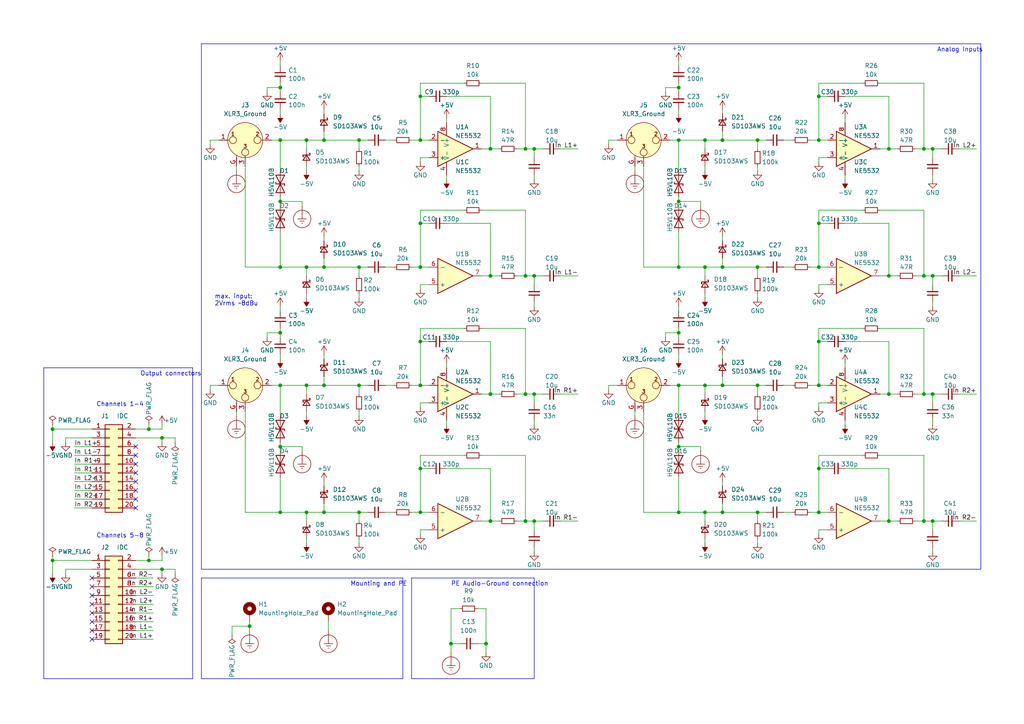
<source format=kicad_sch>
(kicad_sch (version 20230121) (generator eeschema)
  (paper "A4")
  (title_block (title "Balanced Analog Input Board for SmallDSP") (date "2024-01-06") (rev "1.0") (company "Till Heuer"))
  (junction (at 209.55 148.59))
  (junction (at 154.94 114.3))
  (junction (at 196.85 58.42))
  (junction (at 121.92 40.64))
  (junction (at 81.28 58.42))
  (junction (at 196.85 129.54))
  (junction (at 104.14 111.76))
  (junction (at 209.55 40.64))
  (junction (at 196.85 96.52))
  (junction (at 237.49 99.06))
  (junction (at 142.24 80.01))
  (junction (at 209.55 111.76))
  (junction (at 154.94 80.01))
  (junction (at 88.9 40.64))
  (junction (at 196.85 148.59))
  (junction (at 121.92 148.59))
  (junction (at 88.9 148.59))
  (junction (at 204.47 40.64))
  (junction (at 121.92 77.47))
  (junction (at 154.94 151.13))
  (junction (at 257.81 80.01))
  (junction (at 15.24 124.46))
  (junction (at 81.28 111.76))
  (junction (at 15.24 162.56))
  (junction (at 142.24 151.13))
  (junction (at 104.14 77.47))
  (junction (at 81.28 148.59))
  (junction (at 152.4 80.01))
  (junction (at 204.47 77.47))
  (junction (at 219.71 40.64))
  (junction (at 140.97 186.69))
  (junction (at 237.49 64.77))
  (junction (at 81.28 129.54))
  (junction (at 121.92 135.89))
  (junction (at 152.4 43.18))
  (junction (at 93.98 40.64))
  (junction (at 142.24 114.3))
  (junction (at 88.9 77.47))
  (junction (at 88.9 111.76))
  (junction (at 237.49 135.89))
  (junction (at 196.85 111.76))
  (junction (at 121.92 64.77))
  (junction (at 121.92 99.06))
  (junction (at 104.14 40.64))
  (junction (at 152.4 114.3))
  (junction (at 81.28 77.47))
  (junction (at 237.49 148.59))
  (junction (at 267.97 43.18))
  (junction (at 237.49 77.47))
  (junction (at 46.99 165.1))
  (junction (at 204.47 111.76))
  (junction (at 257.81 151.13))
  (junction (at 72.39 181.61))
  (junction (at 81.28 25.4))
  (junction (at 209.55 77.47))
  (junction (at 270.51 80.01))
  (junction (at 154.94 43.18))
  (junction (at 257.81 43.18))
  (junction (at 81.28 96.52))
  (junction (at 257.81 114.3))
  (junction (at 196.85 25.4))
  (junction (at 237.49 40.64))
  (junction (at 121.92 111.76))
  (junction (at 267.97 80.01))
  (junction (at 270.51 114.3))
  (junction (at 219.71 148.59))
  (junction (at 43.18 162.56))
  (junction (at 196.85 40.64))
  (junction (at 121.92 27.94))
  (junction (at 219.71 111.76))
  (junction (at 237.49 27.94))
  (junction (at 43.18 124.46))
  (junction (at 237.49 111.76))
  (junction (at 196.85 77.47))
  (junction (at 93.98 111.76))
  (junction (at 142.24 43.18))
  (junction (at 93.98 77.47))
  (junction (at 270.51 43.18))
  (junction (at 267.97 114.3))
  (junction (at 219.71 77.47))
  (junction (at 93.98 148.59))
  (junction (at 204.47 148.59))
  (junction (at 81.28 40.64))
  (junction (at 104.14 148.59))
  (junction (at 152.4 151.13))
  (junction (at 130.81 186.69))
  (junction (at 270.51 151.13))
  (junction (at 46.99 127))
  (junction (at 267.97 151.13))
  (no_connect (at 26.67 175.26))
  (no_connect (at 39.37 142.24))
  (no_connect (at 39.37 134.62))
  (no_connect (at 26.67 185.42))
  (no_connect (at 39.37 139.7))
  (no_connect (at 39.37 129.54))
  (no_connect (at 26.67 167.64))
  (no_connect (at 26.67 180.34))
  (no_connect (at 26.67 170.18))
  (no_connect (at 39.37 144.78))
  (no_connect (at 39.37 132.08))
  (no_connect (at 39.37 147.32))
  (no_connect (at 26.67 177.8))
  (no_connect (at 26.67 182.88))
  (no_connect (at 39.37 137.16))
  (no_connect (at 26.67 172.72))
  (wire (pts (xy 43.18 123.19) (xy 43.18 124.46)))
  (wire (pts (xy 257.81 64.77) (xy 257.81 80.01)))
  (wire (pts (xy 257.81 135.89) (xy 257.81 151.13)))
  (wire (pts (xy 237.49 95.25) (xy 237.49 99.06)))
  (wire (pts (xy 255.27 60.96) (xy 267.97 60.96)))
  (wire (pts (xy 219.71 111.76) (xy 222.25 111.76)))
  (wire (pts (xy 196.85 129.54) (xy 203.2 129.54)))
  (wire (pts (xy 121.92 27.94) (xy 121.92 40.64)))
  (wire (pts (xy 15.24 124.46) (xy 15.24 128.27)))
  (wire (pts (xy 77.47 25.4) (xy 81.28 25.4)))
  (wire (pts (xy 240.03 135.89) (xy 237.49 135.89)))
  (wire (pts (xy 219.71 40.64) (xy 222.25 40.64)))
  (wire (pts (xy 39.37 175.26) (xy 44.45 175.26)))
  (wire (pts (xy 121.92 95.25) (xy 121.92 99.06)))
  (wire (pts (xy 204.47 40.64) (xy 204.47 43.18)))
  (wire (pts (xy 237.49 24.13) (xy 237.49 27.94)))
  (wire (pts (xy 234.95 40.64) (xy 237.49 40.64)))
  (wire (pts (xy 196.85 40.64) (xy 204.47 40.64)))
  (wire (pts (xy 111.76 111.76) (xy 114.3 111.76)))
  (wire (pts (xy 152.4 151.13) (xy 149.86 151.13)))
  (wire (pts (xy 270.51 80.01) (xy 267.97 80.01)))
  (wire (pts (xy 88.9 156.21) (xy 88.9 157.48)))
  (wire (pts (xy 39.37 180.34) (xy 44.45 180.34)))
  (wire (pts (xy 209.55 111.76) (xy 219.71 111.76)))
  (wire (pts (xy 270.51 158.75) (xy 270.51 160.02)))
  (wire (pts (xy 142.24 80.01) (xy 144.78 80.01)))
  (wire (pts (xy 77.47 25.4) (xy 77.47 26.67)))
  (wire (pts (xy 81.28 111.76) (xy 81.28 120.65)))
  (wire (pts (xy 257.81 114.3) (xy 260.35 114.3)))
  (wire (pts (xy 257.81 99.06) (xy 257.81 114.3)))
  (wire (pts (xy 193.04 96.52) (xy 196.85 96.52)))
  (wire (pts (xy 267.97 24.13) (xy 267.97 43.18)))
  (wire (pts (xy 193.04 96.52) (xy 193.04 97.79)))
  (wire (pts (xy 81.28 67.31) (xy 81.28 77.47)))
  (wire (pts (xy 245.11 50.8) (xy 245.11 52.07)))
  (wire (pts (xy 134.62 60.96) (xy 121.92 60.96)))
  (wire (pts (xy 81.28 148.59) (xy 88.9 148.59)))
  (wire (pts (xy 60.96 40.64) (xy 63.5 40.64)))
  (wire (pts (xy 270.51 43.18) (xy 273.05 43.18)))
  (wire (pts (xy 39.37 127) (xy 46.99 127)))
  (wire (pts (xy 250.19 60.96) (xy 237.49 60.96)))
  (wire (pts (xy 121.92 24.13) (xy 121.92 27.94)))
  (wire (pts (xy 81.28 25.4) (xy 81.28 24.13)))
  (wire (pts (xy 267.97 95.25) (xy 267.97 114.3)))
  (wire (pts (xy 15.24 123.19) (xy 15.24 124.46)))
  (wire (pts (xy 237.49 99.06) (xy 237.49 111.76)))
  (wire (pts (xy 121.92 153.67) (xy 124.46 153.67)))
  (wire (pts (xy 121.92 45.72) (xy 121.92 46.99)))
  (wire (pts (xy 43.18 162.56) (xy 46.99 162.56)))
  (wire (pts (xy 152.4 80.01) (xy 149.86 80.01)))
  (wire (pts (xy 154.94 82.55) (xy 154.94 80.01)))
  (wire (pts (xy 270.51 43.18) (xy 267.97 43.18)))
  (wire (pts (xy 60.96 41.91) (xy 60.96 40.64)))
  (polyline (pts (xy 58.42 12.7) (xy 284.48 12.7)))
  (wire (pts (xy 46.99 127) (xy 46.99 128.27)))
  (wire (pts (xy 111.76 77.47) (xy 114.3 77.47)))
  (wire (pts (xy 119.38 148.59) (xy 121.92 148.59)))
  (wire (pts (xy 270.51 80.01) (xy 273.05 80.01)))
  (wire (pts (xy 237.49 116.84) (xy 240.03 116.84)))
  (wire (pts (xy 234.95 77.47) (xy 237.49 77.47)))
  (wire (pts (xy 193.04 25.4) (xy 193.04 26.67)))
  (wire (pts (xy 93.98 40.64) (xy 104.14 40.64)))
  (wire (pts (xy 124.46 148.59) (xy 121.92 148.59)))
  (wire (pts (xy 71.12 119.38) (xy 71.12 148.59)))
  (wire (pts (xy 19.05 127) (xy 19.05 128.27)))
  (wire (pts (xy 67.31 181.61) (xy 72.39 181.61)))
  (polyline (pts (xy 116.84 167.64) (xy 116.84 196.85)))
  (wire (pts (xy 203.2 129.54) (xy 203.2 130.81)))
  (wire (pts (xy 186.69 119.38) (xy 186.69 148.59)))
  (wire (pts (xy 130.81 189.23) (xy 130.81 186.69)))
  (wire (pts (xy 237.49 45.72) (xy 237.49 46.99)))
  (wire (pts (xy 209.55 31.75) (xy 209.55 33.02)))
  (polyline (pts (xy 284.48 12.7) (xy 284.48 165.1)))
  (wire (pts (xy 227.33 148.59) (xy 229.87 148.59)))
  (wire (pts (xy 209.55 109.22) (xy 209.55 111.76)))
  (wire (pts (xy 81.28 96.52) (xy 81.28 97.79)))
  (wire (pts (xy 270.51 50.8) (xy 270.51 52.07)))
  (wire (pts (xy 196.85 102.87) (xy 196.85 104.14)))
  (wire (pts (xy 93.98 139.7) (xy 93.98 140.97)))
  (wire (pts (xy 270.51 82.55) (xy 270.51 80.01)))
  (wire (pts (xy 186.69 77.47) (xy 196.85 77.47)))
  (wire (pts (xy 139.7 60.96) (xy 152.4 60.96)))
  (wire (pts (xy 130.81 186.69) (xy 133.35 186.69)))
  (wire (pts (xy 104.14 119.38) (xy 104.14 120.65)))
  (wire (pts (xy 142.24 64.77) (xy 142.24 80.01)))
  (wire (pts (xy 196.85 58.42) (xy 203.2 58.42)))
  (wire (pts (xy 104.14 40.64) (xy 106.68 40.64)))
  (wire (pts (xy 152.4 95.25) (xy 152.4 114.3)))
  (wire (pts (xy 81.28 111.76) (xy 88.9 111.76)))
  (wire (pts (xy 124.46 27.94) (xy 121.92 27.94)))
  (wire (pts (xy 203.2 58.42) (xy 203.2 59.69)))
  (wire (pts (xy 237.49 60.96) (xy 237.49 64.77)))
  (wire (pts (xy 278.13 80.01) (xy 283.21 80.01)))
  (wire (pts (xy 81.28 25.4) (xy 81.28 26.67)))
  (wire (pts (xy 88.9 119.38) (xy 88.9 120.65)))
  (wire (pts (xy 81.28 88.9) (xy 81.28 90.17)))
  (wire (pts (xy 88.9 40.64) (xy 88.9 43.18)))
  (wire (pts (xy 39.37 124.46) (xy 43.18 124.46)))
  (wire (pts (xy 93.98 109.22) (xy 93.98 111.76)))
  (wire (pts (xy 26.67 165.1) (xy 19.05 165.1)))
  (wire (pts (xy 154.94 116.84) (xy 154.94 114.3)))
  (polyline (pts (xy 12.7 106.68) (xy 55.88 106.68)))
  (wire (pts (xy 15.24 161.29) (xy 15.24 162.56)))
  (wire (pts (xy 257.81 43.18) (xy 255.27 43.18)))
  (wire (pts (xy 104.14 148.59) (xy 104.14 151.13)))
  (wire (pts (xy 154.94 121.92) (xy 154.94 123.19)))
  (wire (pts (xy 196.85 17.78) (xy 196.85 19.05)))
  (wire (pts (xy 93.98 148.59) (xy 104.14 148.59)))
  (wire (pts (xy 39.37 177.8) (xy 44.45 177.8)))
  (wire (pts (xy 88.9 77.47) (xy 93.98 77.47)))
  (wire (pts (xy 240.03 148.59) (xy 237.49 148.59)))
  (wire (pts (xy 196.85 40.64) (xy 196.85 49.53)))
  (wire (pts (xy 124.46 111.76) (xy 121.92 111.76)))
  (wire (pts (xy 26.67 139.7) (xy 21.59 139.7)))
  (wire (pts (xy 196.85 111.76) (xy 204.47 111.76)))
  (wire (pts (xy 186.69 48.26) (xy 186.69 77.47)))
  (polyline (pts (xy 55.88 106.68) (xy 55.88 196.85)))
  (wire (pts (xy 152.4 132.08) (xy 152.4 151.13)))
  (wire (pts (xy 26.67 144.78) (xy 21.59 144.78)))
  (wire (pts (xy 245.11 34.29) (xy 245.11 35.56)))
  (wire (pts (xy 129.54 34.29) (xy 129.54 35.56)))
  (wire (pts (xy 87.63 129.54) (xy 87.63 130.81)))
  (wire (pts (xy 255.27 95.25) (xy 267.97 95.25)))
  (wire (pts (xy 39.37 185.42) (xy 44.45 185.42)))
  (wire (pts (xy 15.24 124.46) (xy 26.67 124.46)))
  (polyline (pts (xy 116.84 196.85) (xy 58.42 196.85)))
  (wire (pts (xy 124.46 77.47) (xy 121.92 77.47)))
  (wire (pts (xy 88.9 48.26) (xy 88.9 49.53)))
  (wire (pts (xy 196.85 31.75) (xy 196.85 33.02)))
  (wire (pts (xy 60.96 113.03) (xy 60.96 111.76)))
  (wire (pts (xy 46.99 162.56) (xy 46.99 161.29)))
  (wire (pts (xy 267.97 80.01) (xy 265.43 80.01)))
  (wire (pts (xy 121.92 116.84) (xy 124.46 116.84)))
  (wire (pts (xy 129.54 121.92) (xy 129.54 123.19)))
  (wire (pts (xy 26.67 127) (xy 19.05 127)))
  (wire (pts (xy 129.54 99.06) (xy 142.24 99.06)))
  (wire (pts (xy 186.69 148.59) (xy 196.85 148.59)))
  (wire (pts (xy 88.9 111.76) (xy 88.9 114.3)))
  (wire (pts (xy 204.47 111.76) (xy 209.55 111.76)))
  (wire (pts (xy 184.15 119.38) (xy 184.15 120.65)))
  (wire (pts (xy 72.39 180.34) (xy 72.39 181.61)))
  (wire (pts (xy 154.94 80.01) (xy 152.4 80.01)))
  (wire (pts (xy 204.47 48.26) (xy 204.47 49.53)))
  (wire (pts (xy 119.38 77.47) (xy 121.92 77.47)))
  (wire (pts (xy 129.54 135.89) (xy 142.24 135.89)))
  (wire (pts (xy 93.98 74.93) (xy 93.98 77.47)))
  (wire (pts (xy 81.28 138.43) (xy 81.28 148.59)))
  (wire (pts (xy 142.24 27.94) (xy 142.24 43.18)))
  (wire (pts (xy 87.63 58.42) (xy 87.63 59.69)))
  (wire (pts (xy 124.46 135.89) (xy 121.92 135.89)))
  (wire (pts (xy 77.47 96.52) (xy 81.28 96.52)))
  (wire (pts (xy 81.28 129.54) (xy 81.28 130.81)))
  (wire (pts (xy 194.31 40.64) (xy 196.85 40.64)))
  (wire (pts (xy 142.24 99.06) (xy 142.24 114.3)))
  (wire (pts (xy 26.67 129.54) (xy 21.59 129.54)))
  (wire (pts (xy 134.62 132.08) (xy 121.92 132.08)))
  (wire (pts (xy 50.8 128.27) (xy 50.8 127)))
  (wire (pts (xy 257.81 27.94) (xy 257.81 43.18)))
  (polyline (pts (xy 12.7 106.68) (xy 12.7 196.85)))
  (wire (pts (xy 270.51 87.63) (xy 270.51 88.9)))
  (wire (pts (xy 196.85 25.4) (xy 196.85 24.13)))
  (wire (pts (xy 88.9 77.47) (xy 88.9 80.01)))
  (polyline (pts (xy 119.38 167.64) (xy 154.94 167.64)))
  (wire (pts (xy 245.11 64.77) (xy 257.81 64.77)))
  (wire (pts (xy 209.55 40.64) (xy 219.71 40.64)))
  (wire (pts (xy 142.24 151.13) (xy 144.78 151.13)))
  (wire (pts (xy 88.9 40.64) (xy 93.98 40.64)))
  (wire (pts (xy 154.94 151.13) (xy 157.48 151.13)))
  (wire (pts (xy 15.24 162.56) (xy 26.67 162.56)))
  (wire (pts (xy 240.03 77.47) (xy 237.49 77.47)))
  (wire (pts (xy 204.47 156.21) (xy 204.47 157.48)))
  (wire (pts (xy 60.96 111.76) (xy 63.5 111.76)))
  (wire (pts (xy 204.47 111.76) (xy 204.47 114.3)))
  (wire (pts (xy 111.76 148.59) (xy 114.3 148.59)))
  (wire (pts (xy 237.49 45.72) (xy 240.03 45.72)))
  (wire (pts (xy 121.92 82.55) (xy 121.92 83.82)))
  (wire (pts (xy 234.95 148.59) (xy 237.49 148.59)))
  (wire (pts (xy 81.28 49.53) (xy 81.28 40.64)))
  (wire (pts (xy 250.19 132.08) (xy 237.49 132.08)))
  (wire (pts (xy 138.43 186.69) (xy 140.97 186.69)))
  (wire (pts (xy 267.97 60.96) (xy 267.97 80.01)))
  (polyline (pts (xy 119.38 167.64) (xy 119.38 196.85)))
  (wire (pts (xy 219.71 85.09) (xy 219.71 86.36)))
  (wire (pts (xy 39.37 167.64) (xy 44.45 167.64)))
  (wire (pts (xy 50.8 127) (xy 46.99 127)))
  (wire (pts (xy 81.28 17.78) (xy 81.28 19.05)))
  (wire (pts (xy 26.67 132.08) (xy 21.59 132.08)))
  (wire (pts (xy 278.13 114.3) (xy 283.21 114.3)))
  (wire (pts (xy 104.14 48.26) (xy 104.14 49.53)))
  (wire (pts (xy 162.56 151.13) (xy 167.64 151.13)))
  (wire (pts (xy 142.24 80.01) (xy 139.7 80.01)))
  (wire (pts (xy 68.58 120.65) (xy 68.58 119.38)))
  (wire (pts (xy 26.67 137.16) (xy 21.59 137.16)))
  (wire (pts (xy 219.71 40.64) (xy 219.71 43.18)))
  (wire (pts (xy 81.28 59.69) (xy 81.28 58.42)))
  (wire (pts (xy 270.51 153.67) (xy 270.51 151.13)))
  (wire (pts (xy 81.28 129.54) (xy 87.63 129.54)))
  (wire (pts (xy 154.94 43.18) (xy 152.4 43.18)))
  (wire (pts (xy 93.98 102.87) (xy 93.98 104.14)))
  (polyline (pts (xy 154.94 196.85) (xy 119.38 196.85)))
  (wire (pts (xy 39.37 172.72) (xy 44.45 172.72)))
  (wire (pts (xy 270.51 151.13) (xy 267.97 151.13)))
  (wire (pts (xy 196.85 111.76) (xy 196.85 120.65)))
  (wire (pts (xy 95.25 180.34) (xy 95.25 182.88)))
  (wire (pts (xy 257.81 151.13) (xy 260.35 151.13)))
  (wire (pts (xy 81.28 77.47) (xy 88.9 77.47)))
  (wire (pts (xy 270.51 121.92) (xy 270.51 123.19)))
  (wire (pts (xy 270.51 114.3) (xy 273.05 114.3)))
  (wire (pts (xy 237.49 135.89) (xy 237.49 148.59)))
  (wire (pts (xy 93.98 68.58) (xy 93.98 69.85)))
  (wire (pts (xy 129.54 27.94) (xy 142.24 27.94)))
  (wire (pts (xy 93.98 38.1) (xy 93.98 40.64)))
  (wire (pts (xy 93.98 146.05) (xy 93.98 148.59)))
  (wire (pts (xy 245.11 99.06) (xy 257.81 99.06)))
  (wire (pts (xy 140.97 186.69) (xy 140.97 189.23)))
  (wire (pts (xy 257.81 151.13) (xy 255.27 151.13)))
  (wire (pts (xy 39.37 170.18) (xy 44.45 170.18)))
  (wire (pts (xy 204.47 77.47) (xy 204.47 80.01)))
  (wire (pts (xy 240.03 64.77) (xy 237.49 64.77)))
  (wire (pts (xy 240.03 27.94) (xy 237.49 27.94)))
  (wire (pts (xy 245.11 105.41) (xy 245.11 106.68)))
  (wire (pts (xy 121.92 60.96) (xy 121.92 64.77)))
  (wire (pts (xy 121.92 82.55) (xy 124.46 82.55)))
  (wire (pts (xy 257.81 80.01) (xy 260.35 80.01)))
  (wire (pts (xy 152.4 60.96) (xy 152.4 80.01)))
  (wire (pts (xy 81.28 128.27) (xy 81.28 129.54)))
  (wire (pts (xy 39.37 165.1) (xy 46.99 165.1)))
  (wire (pts (xy 154.94 43.18) (xy 157.48 43.18)))
  (wire (pts (xy 219.71 148.59) (xy 219.71 151.13)))
  (wire (pts (xy 88.9 111.76) (xy 93.98 111.76)))
  (wire (pts (xy 196.85 138.43) (xy 196.85 148.59)))
  (wire (pts (xy 152.4 114.3) (xy 149.86 114.3)))
  (wire (pts (xy 104.14 156.21) (xy 104.14 157.48)))
  (wire (pts (xy 196.85 25.4) (xy 196.85 26.67)))
  (wire (pts (xy 50.8 166.37) (xy 50.8 165.1)))
  (wire (pts (xy 119.38 111.76) (xy 121.92 111.76)))
  (polyline (pts (xy 58.42 165.1) (xy 58.42 12.7)))
  (wire (pts (xy 237.49 64.77) (xy 237.49 77.47)))
  (wire (pts (xy 240.03 99.06) (xy 237.49 99.06)))
  (wire (pts (xy 267.97 43.18) (xy 265.43 43.18)))
  (wire (pts (xy 162.56 80.01) (xy 167.64 80.01)))
  (wire (pts (xy 124.46 40.64) (xy 121.92 40.64)))
  (wire (pts (xy 152.4 24.13) (xy 152.4 43.18)))
  (wire (pts (xy 255.27 24.13) (xy 267.97 24.13)))
  (wire (pts (xy 227.33 111.76) (xy 229.87 111.76)))
  (wire (pts (xy 50.8 165.1) (xy 46.99 165.1)))
  (wire (pts (xy 154.94 50.8) (xy 154.94 52.07)))
  (wire (pts (xy 267.97 151.13) (xy 265.43 151.13)))
  (wire (pts (xy 88.9 148.59) (xy 88.9 151.13)))
  (wire (pts (xy 250.19 24.13) (xy 237.49 24.13)))
  (wire (pts (xy 39.37 162.56) (xy 43.18 162.56)))
  (wire (pts (xy 255.27 132.08) (xy 267.97 132.08)))
  (wire (pts (xy 162.56 114.3) (xy 167.64 114.3)))
  (polyline (pts (xy 284.48 165.1) (xy 58.42 165.1)))
  (wire (pts (xy 237.49 132.08) (xy 237.49 135.89)))
  (wire (pts (xy 196.85 88.9) (xy 196.85 90.17)))
  (wire (pts (xy 104.14 77.47) (xy 106.68 77.47)))
  (wire (pts (xy 39.37 182.88) (xy 44.45 182.88)))
  (wire (pts (xy 257.81 80.01) (xy 255.27 80.01)))
  (wire (pts (xy 129.54 105.41) (xy 129.54 106.68)))
  (wire (pts (xy 78.74 40.64) (xy 81.28 40.64)))
  (wire (pts (xy 140.97 176.53) (xy 140.97 186.69)))
  (wire (pts (xy 78.74 111.76) (xy 81.28 111.76)))
  (wire (pts (xy 204.47 77.47) (xy 209.55 77.47)))
  (wire (pts (xy 124.46 99.06) (xy 121.92 99.06)))
  (wire (pts (xy 196.85 96.52) (xy 196.85 95.25)))
  (wire (pts (xy 152.4 43.18) (xy 149.86 43.18)))
  (wire (pts (xy 26.67 142.24) (xy 21.59 142.24)))
  (wire (pts (xy 93.98 31.75) (xy 93.98 33.02)))
  (wire (pts (xy 184.15 48.26) (xy 184.15 49.53)))
  (wire (pts (xy 196.85 58.42) (xy 196.85 59.69)))
  (wire (pts (xy 250.19 95.25) (xy 237.49 95.25)))
  (wire (pts (xy 93.98 77.47) (xy 104.14 77.47)))
  (wire (pts (xy 134.62 24.13) (xy 121.92 24.13)))
  (wire (pts (xy 219.71 148.59) (xy 222.25 148.59)))
  (wire (pts (xy 154.94 114.3) (xy 152.4 114.3)))
  (wire (pts (xy 245.11 121.92) (xy 245.11 123.19)))
  (wire (pts (xy 204.47 148.59) (xy 209.55 148.59)))
  (wire (pts (xy 278.13 43.18) (xy 283.21 43.18)))
  (wire (pts (xy 257.81 114.3) (xy 255.27 114.3)))
  (wire (pts (xy 71.12 148.59) (xy 81.28 148.59)))
  (wire (pts (xy 121.92 64.77) (xy 121.92 77.47)))
  (wire (pts (xy 142.24 43.18) (xy 139.7 43.18)))
  (wire (pts (xy 104.14 85.09) (xy 104.14 86.36)))
  (wire (pts (xy 209.55 74.93) (xy 209.55 77.47)))
  (wire (pts (xy 154.94 114.3) (xy 157.48 114.3)))
  (wire (pts (xy 139.7 95.25) (xy 152.4 95.25)))
  (wire (pts (xy 142.24 114.3) (xy 139.7 114.3)))
  (wire (pts (xy 88.9 148.59) (xy 93.98 148.59)))
  (wire (pts (xy 176.53 113.03) (xy 176.53 111.76)))
  (wire (pts (xy 26.67 147.32) (xy 21.59 147.32)))
  (wire (pts (xy 142.24 151.13) (xy 139.7 151.13)))
  (wire (pts (xy 121.92 99.06) (xy 121.92 111.76)))
  (wire (pts (xy 162.56 43.18) (xy 167.64 43.18)))
  (wire (pts (xy 142.24 135.89) (xy 142.24 151.13)))
  (wire (pts (xy 104.14 111.76) (xy 106.68 111.76)))
  (wire (pts (xy 278.13 151.13) (xy 283.21 151.13)))
  (wire (pts (xy 237.49 82.55) (xy 240.03 82.55)))
  (wire (pts (xy 26.67 134.62) (xy 21.59 134.62)))
  (wire (pts (xy 270.51 116.84) (xy 270.51 114.3)))
  (wire (pts (xy 204.47 40.64) (xy 209.55 40.64)))
  (wire (pts (xy 237.49 82.55) (xy 237.49 83.82)))
  (wire (pts (xy 194.31 111.76) (xy 196.85 111.76)))
  (wire (pts (xy 111.76 40.64) (xy 114.3 40.64)))
  (wire (pts (xy 209.55 68.58) (xy 209.55 69.85)))
  (wire (pts (xy 129.54 50.8) (xy 129.54 52.07)))
  (wire (pts (xy 237.49 27.94) (xy 237.49 40.64)))
  (wire (pts (xy 204.47 148.59) (xy 204.47 151.13)))
  (wire (pts (xy 270.51 114.3) (xy 267.97 114.3)))
  (wire (pts (xy 129.54 64.77) (xy 142.24 64.77)))
  (wire (pts (xy 104.14 148.59) (xy 106.68 148.59)))
  (wire (pts (xy 219.71 77.47) (xy 219.71 80.01)))
  (wire (pts (xy 138.43 176.53) (xy 140.97 176.53)))
  (wire (pts (xy 227.33 40.64) (xy 229.87 40.64)))
  (wire (pts (xy 77.47 96.52) (xy 77.47 97.79)))
  (wire (pts (xy 227.33 77.47) (xy 229.87 77.47)))
  (wire (pts (xy 121.92 132.08) (xy 121.92 135.89)))
  (wire (pts (xy 142.24 114.3) (xy 144.78 114.3)))
  (wire (pts (xy 204.47 85.09) (xy 204.47 86.36)))
  (wire (pts (xy 267.97 114.3) (xy 265.43 114.3)))
  (wire (pts (xy 219.71 77.47) (xy 222.25 77.47)))
  (wire (pts (xy 209.55 139.7) (xy 209.55 140.97)))
  (wire (pts (xy 119.38 40.64) (xy 121.92 40.64)))
  (wire (pts (xy 270.51 45.72) (xy 270.51 43.18)))
  (wire (pts (xy 93.98 111.76) (xy 104.14 111.76)))
  (wire (pts (xy 104.14 111.76) (xy 104.14 114.3)))
  (wire (pts (xy 15.24 162.56) (xy 15.24 166.37)))
  (wire (pts (xy 46.99 165.1) (xy 46.99 166.37)))
  (wire (pts (xy 81.28 58.42) (xy 87.63 58.42)))
  (wire (pts (xy 139.7 132.08) (xy 152.4 132.08)))
  (wire (pts (xy 19.05 165.1) (xy 19.05 166.37)))
  (wire (pts (xy 104.14 77.47) (xy 104.14 80.01)))
  (wire (pts (xy 209.55 146.05) (xy 209.55 148.59)))
  (wire (pts (xy 72.39 181.61) (xy 72.39 182.88)))
  (wire (pts (xy 237.49 153.67) (xy 237.49 154.94)))
  (wire (pts (xy 196.85 129.54) (xy 196.85 130.81)))
  (wire (pts (xy 270.51 151.13) (xy 273.05 151.13)))
  (wire (pts (xy 176.53 111.76) (xy 179.07 111.76)))
  (wire (pts (xy 43.18 161.29) (xy 43.18 162.56)))
  (wire (pts (xy 245.11 135.89) (xy 257.81 135.89)))
  (wire (pts (xy 142.24 43.18) (xy 144.78 43.18)))
  (wire (pts (xy 219.71 119.38) (xy 219.71 120.65)))
  (wire (pts (xy 196.85 57.15) (xy 196.85 58.42)))
  (wire (pts (xy 67.31 184.15) (xy 67.31 181.61)))
  (wire (pts (xy 88.9 85.09) (xy 88.9 86.36)))
  (wire (pts (xy 81.28 96.52) (xy 81.28 95.25)))
  (wire (pts (xy 209.55 148.59) (xy 219.71 148.59)))
  (wire (pts (xy 240.03 40.64) (xy 237.49 40.64)))
  (wire (pts (xy 46.99 124.46) (xy 46.99 123.19)))
  (wire (pts (xy 71.12 77.47) (xy 81.28 77.47)))
  (wire (pts (xy 81.28 40.64) (xy 88.9 40.64)))
  (polyline (pts (xy 58.42 167.64) (xy 116.84 167.64)))
  (wire (pts (xy 121.92 135.89) (xy 121.92 148.59)))
  (wire (pts (xy 204.47 119.38) (xy 204.47 120.65)))
  (wire (pts (xy 193.04 25.4) (xy 196.85 25.4)))
  (wire (pts (xy 176.53 40.64) (xy 179.07 40.64)))
  (wire (pts (xy 154.94 45.72) (xy 154.94 43.18)))
  (wire (pts (xy 130.81 176.53) (xy 130.81 186.69)))
  (wire (pts (xy 154.94 151.13) (xy 152.4 151.13)))
  (wire (pts (xy 219.71 111.76) (xy 219.71 114.3)))
  (wire (pts (xy 196.85 96.52) (xy 196.85 97.79)))
  (wire (pts (xy 81.28 58.42) (xy 81.28 57.15)))
  (polyline (pts (xy 55.88 196.85) (xy 12.7 196.85)))
  (wire (pts (xy 154.94 87.63) (xy 154.94 88.9)))
  (wire (pts (xy 267.97 132.08) (xy 267.97 151.13)))
  (wire (pts (xy 43.18 124.46) (xy 46.99 124.46)))
  (polyline (pts (xy 58.42 167.64) (xy 58.42 196.85)))
  (wire (pts (xy 209.55 77.47) (xy 219.71 77.47)))
  (wire (pts (xy 237.49 116.84) (xy 237.49 118.11)))
  (wire (pts (xy 81.28 31.75) (xy 81.28 33.02)))
  (wire (pts (xy 154.94 153.67) (xy 154.94 151.13)))
  (wire (pts (xy 209.55 102.87) (xy 209.55 104.14)))
  (wire (pts (xy 68.58 49.53) (xy 68.58 48.26)))
  (wire (pts (xy 124.46 64.77) (xy 121.92 64.77)))
  (wire (pts (xy 133.35 176.53) (xy 130.81 176.53)))
  (wire (pts (xy 245.11 27.94) (xy 257.81 27.94)))
  (polyline (pts (xy 154.94 167.64) (xy 154.94 196.85)))
  (wire (pts (xy 219.71 48.26) (xy 219.71 49.53)))
  (wire (pts (xy 237.49 153.67) (xy 240.03 153.67)))
  (wire (pts (xy 121.92 153.67) (xy 121.92 154.94)))
  (wire (pts (xy 121.92 45.72) (xy 124.46 45.72)))
  (wire (pts (xy 196.85 77.47) (xy 204.47 77.47)))
  (wire (pts (xy 134.62 95.25) (xy 121.92 95.25)))
  (wire (pts (xy 176.53 41.91) (xy 176.53 40.64)))
  (wire (pts (xy 154.94 158.75) (xy 154.94 160.02)))
  (wire (pts (xy 209.55 38.1) (xy 209.55 40.64)))
  (wire (pts (xy 121.92 116.84) (xy 121.92 118.11)))
  (wire (pts (xy 234.95 111.76) (xy 237.49 111.76)))
  (wire (pts (xy 81.28 102.87) (xy 81.28 104.14)))
  (wire (pts (xy 257.81 43.18) (xy 260.35 43.18)))
  (wire (pts (xy 196.85 148.59) (xy 204.47 148.59)))
  (wire (pts (xy 154.94 80.01) (xy 157.48 80.01)))
  (wire (pts (xy 196.85 128.27) (xy 196.85 129.54)))
  (wire (pts (xy 139.7 24.13) (xy 152.4 24.13)))
  (wire (pts (xy 196.85 67.31) (xy 196.85 77.47)))
  (wire (pts (xy 240.03 111.76) (xy 237.49 111.76)))
  (wire (pts (xy 219.71 156.21) (xy 219.71 157.48)))
  (wire (pts (xy 104.14 40.64) (xy 104.14 43.18)))
  (wire (pts (xy 71.12 48.26) (xy 71.12 77.47)))
  (text "Channels 1-4" (at 27.94 118.11 0) (effects (font (size 1.27 1.27)) (justify left bottom)))
  (text "Analog Inputs" (at 271.78 15.24 0) (effects (font (size 1.27 1.27)) (justify left bottom)))
  (text "Output connectors" (at 40.64 109.22 0) (effects (font (size 1.27 1.27)) (justify left bottom)))
  (text "Mounting and PE" (at 101.6 170.18 0) (effects (font (size 1.27 1.27)) (justify left bottom)))
  (text "Channels 5-8" (at 27.94 156.21 0) (effects (font (size 1.27 1.27)) (justify left bottom)))
  (text "PE Audio-Ground connection" (at 130.81 170.18 0) (effects (font (size 1.27 1.27)) (justify left bottom)))
  (text "max. input:\n2Vrms ~8dBu" (at 62.23 88.9 0) (effects (font (size 1.27 1.27)) (justify left bottom)))
  (label "In L2+" (at 283.21 43.18 180))
  (label "In R1+" (at 167.64 114.3 180))
  (label "In L1-" (at 21.59 132.08 0))
  (label "In L2+" (at 44.45 175.26 180))
  (label "In L2-" (at 283.21 80.01 180))
  (label "In R1+" (at 21.59 134.62 0))
  (label "In L2-" (at 21.59 142.24 0))
  (label "In L2+" (at 21.59 139.7 0))
  (label "In L1-" (at 167.64 80.01 180))
  (label "In R1-" (at 21.59 137.16 0))
  (label "In L2-" (at 44.45 172.72 180))
  (label "In R1+" (at 44.45 180.34 180))
  (label "In R2-" (at 283.21 151.13 180))
  (label "In R2+" (at 283.21 114.3 180))
  (label "In L1+" (at 44.45 185.42 180))
  (label "In R2+" (at 44.45 170.18 180))
  (label "In R2+" (at 21.59 144.78 0))
  (label "In L1+" (at 21.59 129.54 0))
  (label "In R1-" (at 167.64 151.13 180))
  (label "In R1-" (at 44.45 177.8 180))
  (label "In L1+" (at 167.64 43.18 180))
  (label "In R2-" (at 44.45 167.64 180))
  (label "In R2-" (at 21.59 147.32 0))
  (label "In L1-" (at 44.45 182.88 180))
  (symbol (lib_id "power:-5V") (at 204.47 49.53 180) (unit 1)
    (property "Reference" "#PWR061" (effects hide))
    (property "Value" "-5V" (at 204.47 53.34 0))
  )
  (symbol (lib_id "power:-5V") (at 15.24 166.37 180) (unit 1)
    (property "Reference" "#PWR02" (effects hide))
    (property "Value" "-5V" (at 15.24 170.18 0))
  )
  (symbol (lib_id "Device:D_Schottky_Small") (at 204.47 45.72 270) (unit 1)
    (property "Reference" "D17" (at 207.01 44.1959 90) (effects (justify left)))
    (property "Value" "SD103AWS" (at 207.01 46.7359 90) (effects (justify left)))
    (property "Footprint" "Diode_SMD:D_SOD-323" (effects hide))
    (property "Assembling" "X" (effects hide))
    (property "Manufacturer" "hongjiacheng" (effects hide))
    (property "Part Number" "SD103AWS" (effects hide))
    (property "LCSC Part #" "C7420360" (effects hide))
  )
  (symbol (lib_id "Device:C_Small") (at 81.28 100.33 0) (unit 1)
    (property "Reference" "C4" (at 83.6041 99.1242 0) (effects (justify left)))
    (property "Value" "100n" (at 83.6041 101.5484 0) (effects (justify left)))
    (property "Footprint" "Capacitor_SMD:C_0402_1005Metric" (effects hide))
    (property "Dielectric" "X7R" (effects hide))
    (property "Notes" "-25%@10VDC" (effects hide))
    (property "Rated Voltage" "50V" (effects hide))
    (property "Assembling" "X" (effects hide))
    (property "Manufacturer" "Samsung Electro-Mechanics" (effects hide))
    (property "Part Number" "CL05B104KB54PNC" (effects hide))
    (property "Tolerance" "10%" (effects hide))
    (property "LCSC Part #" "C307331" (effects hide))
  )
  (symbol (lib_id "Device:D_Schottky_Small") (at 88.9 116.84 270) (unit 1)
    (property "Reference" "D7" (at 91.44 115.3159 90) (effects (justify left)))
    (property "Value" "SD103AWS" (at 91.44 117.8559 90) (effects (justify left)))
    (property "Footprint" "Diode_SMD:D_SOD-323" (effects hide))
    (property "Assembling" "X" (effects hide))
    (property "Manufacturer" "hongjiacheng" (effects hide))
    (property "Part Number" "SD103AWS" (effects hide))
    (property "LCSC Part #" "C7420360" (effects hide))
  )
  (symbol (lib_id "Device:C_Small") (at 160.02 80.01 90) (unit 1)
    (property "Reference" "C19" (at 160.02 74.93 90))
    (property "Value" "10u" (at 160.02 77.47 90))
    (property "Footprint" "Capacitor_SMD:C_1206_3216Metric" (effects hide))
    (property "Dielectric" "X5R" (effects hide))
    (property "Rated Voltage" "50V" (effects hide))
    (property "Assembling" "X" (effects hide))
    (property "Manufacturer" "Samsung Electro-Mechanics" (effects hide))
    (property "Part Number" "CL31A106KBHNNNE" (effects hide))
    (property "Tolerance" "10%" (effects hide))
    (property "LCSC Part #" "C13585" (effects hide))
  )
  (symbol (lib_id "power:+5V") (at 245.11 105.41 0) (unit 1)
    (property "Reference" "#PWR079" (effects hide))
    (property "Value" "+5V" (at 245.11 101.6 0))
  )
  (symbol (lib_id "power:GND") (at 154.94 52.07 0) (unit 1)
    (property "Reference" "#PWR045" (effects hide))
    (property "Value" "GND" (at 154.94 55.88 0))
  )
  (symbol (lib_id "power:GND") (at 60.96 113.03 0) (unit 1)
    (property "Reference" "#PWR010" (effects hide))
    (property "Value" "GND" (at 60.96 116.84 0))
  )
  (symbol (lib_id "Device:C_Small") (at 154.94 156.21 180) (unit 1)
    (property "Reference" "C17" (effects hide))
    (property "Value" "33n" (effects hide))
    (property "Footprint" "Capacitor_SMD:C_0603_1608Metric" (effects hide))
    (property "Dielectric" "X7R" (effects hide))
    (property "Notes" "C0G better" (effects hide))
    (property "Rated Voltage" "50V" (effects hide))
    (property "Assembling" "X" (effects hide))
    (property "Manufacturer" "Samsung Electro-Mechanics" (effects hide))
    (property "Part Number" "CL10B333KB8NNNC" (effects hide))
    (property "Tolerance" "10%" (effects hide))
    (property "LCSC Part #" "C21117" (effects hide))
  )
  (symbol (lib_id "power:GND") (at 219.71 120.65 0) (unit 1)
    (property "Reference" "#PWR071" (effects hide))
    (property "Value" "GND" (at 219.71 124.46 0))
  )
  (symbol (lib_id "Device:C_Small") (at 270.51 48.26 180) (unit 1)
    (property "Reference" "C34" (effects hide))
    (property "Value" "33n" (effects hide))
    (property "Footprint" "Capacitor_SMD:C_0603_1608Metric" (effects hide))
    (property "Dielectric" "X7R" (effects hide))
    (property "Notes" "C0G better" (effects hide))
    (property "Rated Voltage" "50V" (effects hide))
    (property "Assembling" "X" (effects hide))
    (property "Manufacturer" "Samsung Electro-Mechanics" (effects hide))
    (property "Part Number" "CL10B333KB8NNNC" (effects hide))
    (property "Tolerance" "10%" (effects hide))
    (property "LCSC Part #" "C21117" (effects hide))
  )
  (symbol (lib_id "Device:R_Small") (at 104.14 82.55 0) (mirror y) (unit 1)
    (property "Reference" "R2" (at 105.41 81.28 0) (effects (justify right)))
    (property "Value" "100k" (at 105.41 83.82 0) (effects (justify right)))
    (property "Footprint" "Resistor_SMD:R_0402_1005Metric" (effects hide))
    (property "Assembling" "X" (effects hide))
    (property "Manufacturer" "UNI-ROYAL(Uniroyal Elec)" (effects hide))
    (property "Rated Power" "62.5mW" (effects hide))
    (property "Part Number" "0402WGF1003TCE" (effects hide))
    (property "Tolerance" "1%" (effects hide))
    (property "LCSC Part #" "C25741" (effects hide))
  )
  (symbol (lib_id "power:GND") (at 237.49 46.99 0) (unit 1)
    (property "Reference" "#PWR073" (effects hide))
    (property "Value" "GND" (at 237.49 50.8 0))
  )
  (symbol (lib_id "power:GND") (at 19.05 128.27 0) (unit 1)
    (property "Reference" "#PWR03" (effects hide))
    (property "Value" "GND" (at 19.05 132.08 0))
  )
  (symbol (lib_id "power:-5V") (at 245.11 52.07 180) (unit 1)
    (property "Reference" "#PWR078" (effects hide))
    (property "Value" "-5V" (at 245.11 55.88 0))
  )
  (symbol (lib_id "Device:R_Small") (at 262.89 43.18 90) (unit 1)
    (property "Reference" "R30" (at 262.89 38.1 90))
    (property "Value" "47R" (at 262.89 40.64 90))
    (property "Footprint" "Resistor_SMD:R_0402_1005Metric" (effects hide))
    (property "Assembling" "X" (effects hide))
    (property "Manufacturer" "UNI-ROYAL(Uniroyal Elec)" (effects hide))
    (property "Part Number" "0402WGF470JTCE" (effects hide))
    (property "Rated Power" "62.5mW" (effects hide))
    (property "Tolerance" "1%" (effects hide))
    (property "LCSC Part #" "C25118" (effects hide))
  )
  (symbol (lib_id "Device:C_Small") (at 160.02 43.18 90) (unit 1)
    (property "Reference" "C18" (at 160.02 38.1 90))
    (property "Value" "10u" (at 160.02 40.64 90))
    (property "Footprint" "Capacitor_SMD:C_1206_3216Metric" (effects hide))
    (property "Dielectric" "X5R" (effects hide))
    (property "Rated Voltage" "50V" (effects hide))
    (property "Assembling" "X" (effects hide))
    (property "Manufacturer" "Samsung Electro-Mechanics" (effects hide))
    (property "Part Number" "CL31A106KBHNNNE" (effects hide))
    (property "Tolerance" "10%" (effects hide))
    (property "LCSC Part #" "C13585" (effects hide))
  )
  (symbol (lib_id "power:GND") (at 104.14 157.48 0) (unit 1)
    (property "Reference" "#PWR034" (effects hide))
    (property "Value" "GND" (at 104.14 161.29 0))
  )
  (symbol (lib_id "Mechanical:MountingHole_Pad") (at 72.39 177.8 0) (unit 1)
    (property "Reference" "H1" (at 74.93 175.2599 0) (effects (justify left)))
    (property "Value" "MountingHole_Pad" (at 74.93 177.7999 0) (effects (justify left)))
    (property "Footprint" "MountingHole:MountingHole_3.2mm_M3_Pad_Via" (effects hide))
    (property "Manufacturer" "-" (effects hide))
    (property "Part Number" "-" (effects hide))
    (property "LCSC Part #" "-" (effects hide))
  )
  (symbol (lib_id "power:GND") (at 60.96 41.91 0) (unit 1)
    (property "Reference" "#PWR09" (effects hide))
    (property "Value" "GND" (at 60.96 45.72 0))
  )
  (symbol (lib_id "power:PWR_FLAG") (at 43.18 161.29 0) (unit 1)
    (property "Reference" "#FLG04" (effects hide))
    (property "Value" "PWR_FLAG" (at 43.18 153.67 90))
  )
  (symbol (lib_id "power:GND") (at 193.04 97.79 0) (unit 1)
    (property "Reference" "#PWR054" (effects hide))
    (property "Value" "GND" (at 193.04 101.6 0))
  )
  (symbol (lib_id "Device:C_Small") (at 160.02 151.13 90) (unit 1)
    (property "Reference" "C21" (at 160.02 146.05 90))
    (property "Value" "10u" (at 160.02 148.59 90))
    (property "Footprint" "Capacitor_SMD:C_1206_3216Metric" (effects hide))
    (property "Dielectric" "X5R" (effects hide))
    (property "Rated Voltage" "50V" (effects hide))
    (property "Assembling" "X" (effects hide))
    (property "Manufacturer" "Samsung Electro-Mechanics" (effects hide))
    (property "Part Number" "CL31A106KBHNNNE" (effects hide))
    (property "Tolerance" "10%" (effects hide))
    (property "LCSC Part #" "C13585" (effects hide))
  )
  (symbol (lib_id "power:-5V") (at 129.54 52.07 180) (unit 1)
    (property "Reference" "#PWR040" (effects hide))
    (property "Value" "-5V" (at 129.54 55.88 0))
  )
  (symbol (lib_id "power:Earth_Protective") (at 130.81 189.23 0) (unit 1)
    (property "Reference" "#PWR043" (effects hide))
    (property "Value" "Earth_Protective" (effects hide))
  )
  (symbol (lib_id "Device:D_TVS") (at 81.28 53.34 270) (unit 1)
    (property "Reference" "D1" (at 83.82 49.53 90) (effects (justify right)))
    (property "Value" "H5VL10B" (at 78.74 57.15 0) (effects (justify right)))
    (property "Footprint" "1_Project_Footprints:DFN1006-2" (effects hide))
    (property "Assembling" "X" (effects hide))
    (property "Manufacturer" "hongjiacheng" (effects hide))
    (property "Part Number" "H5VL10B" (effects hide))
    (property "LCSC Part #" "C7420372" (effects hide))
  )
  (symbol (lib_id "Device:D_Schottky_Small") (at 93.98 106.68 270) (unit 1)
    (property "Reference" "D11" (at 96.52 105.1559 90) (effects (justify left)))
    (property "Value" "SD103AWS" (at 96.52 107.6959 90) (effects (justify left)))
    (property "Footprint" "Diode_SMD:D_SOD-323" (effects hide))
    (property "Assembling" "X" (effects hide))
    (property "Manufacturer" "hongjiacheng" (effects hide))
    (property "Part Number" "SD103AWS" (effects hide))
    (property "LCSC Part #" "C7420360" (effects hide))
  )
  (symbol (lib_id "Device:D_Schottky_Small") (at 209.55 106.68 270) (unit 1)
    (property "Reference" "D23" (at 212.09 105.1559 90) (effects (justify left)))
    (property "Value" "SD103AWS" (at 212.09 107.6959 90) (effects (justify left)))
    (property "Footprint" "Diode_SMD:D_SOD-323" (effects hide))
    (property "Assembling" "X" (effects hide))
    (property "Manufacturer" "hongjiacheng" (effects hide))
    (property "Part Number" "SD103AWS" (effects hide))
    (property "LCSC Part #" "C7420360" (effects hide))
  )
  (symbol (lib_id "Device:C_Small") (at 242.57 99.06 90) (unit 1)
    (property "Reference" "C32" (at 240.03 97.79 90))
    (property "Value" "330p" (at 246.38 97.79 90))
    (property "Footprint" "Capacitor_SMD:C_0402_1005Metric" (effects hide))
    (property "Dielectric" "C0G" (effects hide))
    (property "Rated Voltage" "50V" (effects hide))
    (property "Assembling" "X" (effects hide))
    (property "Manufacturer" "Samsung Electro-Mechanics" (effects hide))
    (property "Part Number" "CL05C331JB5NNNC" (effects hide))
    (property "Tolerance" "5%" (effects hide))
    (property "LCSC Part #" "C13533" (effects hide))
  )
  (symbol (lib_id "Device:D_Schottky_Small") (at 209.55 35.56 270) (unit 1)
    (property "Reference" "D21" (at 212.09 34.0359 90) (effects (justify left)))
    (property "Value" "SD103AWS" (at 212.09 36.5759 90) (effects (justify left)))
    (property "Footprint" "Diode_SMD:D_SOD-323" (effects hide))
    (property "Assembling" "X" (effects hide))
    (property "Manufacturer" "hongjiacheng" (effects hide))
    (property "Part Number" "SD103AWS" (effects hide))
    (property "LCSC Part #" "C7420360" (effects hide))
  )
  (symbol (lib_id "power:+5V") (at 209.55 31.75 0) (unit 1)
    (property "Reference" "#PWR065" (effects hide))
    (property "Value" "+5V" (at 209.55 27.94 0))
  )
  (symbol (lib_id "Device:D_TVS") (at 81.28 124.46 270) (unit 1)
    (property "Reference" "D3" (at 83.82 120.65 90) (effects (justify right)))
    (property "Value" "H5VL10B" (at 78.74 128.27 0) (effects (justify right)))
    (property "Footprint" "1_Project_Footprints:DFN1006-2" (effects hide))
    (property "Assembling" "X" (effects hide))
    (property "Manufacturer" "hongjiacheng" (effects hide))
    (property "Part Number" "H5VL10B" (effects hide))
    (property "LCSC Part #" "C7420372" (effects hide))
  )
  (symbol (lib_id "power:PWR_FLAG") (at 15.24 161.29 0) (unit 1)
    (property "Reference" "#FLG02" (effects hide))
    (property "Value" "PWR_FLAG" (at 21.59 160.02 0))
  )
  (symbol (lib_id "Device:D_TVS") (at 196.85 63.5 270) (unit 1)
    (property "Reference" "D14" (at 199.39 59.69 90) (effects (justify right)))
    (property "Value" "H5VL10B" (at 194.31 67.31 0) (effects (justify right)))
    (property "Footprint" "1_Project_Footprints:DFN1006-2" (effects hide))
    (property "Assembling" "X" (effects hide))
    (property "Manufacturer" "hongjiacheng" (effects hide))
    (property "Part Number" "H5VL10B" (effects hide))
    (property "LCSC Part #" "C7420372" (effects hide))
  )
  (symbol (lib_id "power:Earth_Protective") (at 68.58 49.53 0) (unit 1)
    (property "Reference" "#PWR011" (effects hide))
    (property "Value" "Earth_Protective" (effects hide))
  )
  (symbol (lib_id "Device:D_Schottky_Small") (at 88.9 153.67 270) (unit 1)
    (property "Reference" "D8" (at 91.44 152.1459 90) (effects (justify left)))
    (property "Value" "SD103AWS" (at 91.44 154.6859 90) (effects (justify left)))
    (property "Footprint" "Diode_SMD:D_SOD-323" (effects hide))
    (property "Assembling" "X" (effects hide))
    (property "Manufacturer" "hongjiacheng" (effects hide))
    (property "Part Number" "SD103AWS" (effects hide))
    (property "LCSC Part #" "C7420360" (effects hide))
  )
  (symbol (lib_id "power:-5V") (at 88.9 86.36 180) (unit 1)
    (property "Reference" "#PWR023" (effects hide))
    (property "Value" "-5V" (at 88.9 90.17 0))
  )
  (symbol (lib_id "power:+5V") (at 209.55 139.7 0) (unit 1)
    (property "Reference" "#PWR068" (effects hide))
    (property "Value" "+5V" (at 209.55 135.89 0))
  )
  (symbol (lib_id "Device:C_Small") (at 224.79 111.76 90) (unit 1)
    (property "Reference" "C28" (at 224.7963 105.41 90))
    (property "Value" "10u" (at 224.7963 107.95 90))
    (property "Footprint" "Capacitor_SMD:C_1206_3216Metric" (effects hide))
    (property "Dielectric" "X5R" (effects hide))
    (property "Rated Voltage" "50V" (effects hide))
    (property "Assembling" "X" (effects hide))
    (property "Manufacturer" "Samsung Electro-Mechanics" (effects hide))
    (property "Part Number" "CL31A106KBHNNNE" (effects hide))
    (property "Tolerance" "10%" (effects hide))
    (property "LCSC Part #" "C13585" (effects hide))
  )
  (symbol (lib_id "power:-5V") (at 81.28 104.14 180) (unit 1)
    (property "Reference" "#PWR019" (effects hide))
    (property "Value" "-5V" (at 81.28 107.95 0))
  )
  (symbol (lib_id "power:GND") (at 77.47 97.79 0) (unit 1)
    (property "Reference" "#PWR015" (effects hide))
    (property "Value" "GND" (at 77.47 101.6 0))
  )
  (symbol (lib_id "Device:R_Small") (at 104.14 45.72 0) (mirror y) (unit 1)
    (property "Reference" "R1" (at 105.41 44.45 0) (effects (justify right)))
    (property "Value" "100k" (at 105.41 46.99 0) (effects (justify right)))
    (property "Footprint" "Resistor_SMD:R_0402_1005Metric" (effects hide))
    (property "Assembling" "X" (effects hide))
    (property "Manufacturer" "UNI-ROYAL(Uniroyal Elec)" (effects hide))
    (property "Rated Power" "62.5mW" (effects hide))
    (property "Part Number" "0402WGF1003TCE" (effects hide))
    (property "Tolerance" "1%" (effects hide))
    (property "LCSC Part #" "C25741" (effects hide))
  )
  (symbol (lib_id "Device:R_Small") (at 116.84 77.47 90) (unit 1)
    (property "Reference" "R6" (at 116.84 72.39 90))
    (property "Value" "20k" (at 116.84 74.93 90))
    (property "Footprint" "Resistor_SMD:R_0402_1005Metric" (effects hide))
    (property "Assembling" "X" (effects hide))
    (property "Manufacturer" "UNI-ROYAL(Uniroyal Elec)" (effects hide))
    (property "Part Number" "0402WGF2002TCE" (effects hide))
    (property "Rated Power" "62.5mW" (effects hide))
    (property "Tolerance" "1%" (effects hide))
    (property "LCSC Part #" "C25765" (effects hide))
  )
  (symbol (lib_id "power:+5V") (at 129.54 105.41 0) (unit 1)
    (property "Reference" "#PWR041" (effects hide))
    (property "Value" "+5V" (at 129.54 101.6 0))
  )
  (symbol (lib_id "Device:D_Schottky_Small") (at 204.47 82.55 270) (unit 1)
    (property "Reference" "D18" (at 207.01 81.0259 90) (effects (justify left)))
    (property "Value" "SD103AWS" (at 207.01 83.5659 90) (effects (justify left)))
    (property "Footprint" "Diode_SMD:D_SOD-323" (effects hide))
    (property "Assembling" "X" (effects hide))
    (property "Manufacturer" "hongjiacheng" (effects hide))
    (property "Part Number" "SD103AWS" (effects hide))
    (property "LCSC Part #" "C7420360" (effects hide))
  )
  (symbol (lib_id "Device:R_Small") (at 262.89 80.01 90) (unit 1)
    (property "Reference" "R31" (at 262.89 74.93 90))
    (property "Value" "47R" (at 262.89 77.47 90))
    (property "Footprint" "Resistor_SMD:R_0402_1005Metric" (effects hide))
    (property "Assembling" "X" (effects hide))
    (property "Manufacturer" "UNI-ROYAL(Uniroyal Elec)" (effects hide))
    (property "Part Number" "0402WGF470JTCE" (effects hide))
    (property "Rated Power" "62.5mW" (effects hide))
    (property "Tolerance" "1%" (effects hide))
    (property "LCSC Part #" "C25118" (effects hide))
  )
  (symbol (lib_id "Device:Opamp_Dual") (at 247.65 80.01 0) (mirror x) (unit 2)
    (property "Reference" "U3" (at 247.65 73.66 0) (effects (justify left)))
    (property "Value" "NE5532" (at 247.65 76.2 0) (effects (justify left)))
    (property "Footprint" "Package_SO:SOIC-8_3.9x4.9mm_P1.27mm" (effects hide))
    (property "Manufacturer" "Texas Instruments" (effects hide))
    (property "Part Number" "NE5532DR" (effects hide))
    (property "Assembling" "X" (effects hide))
    (property "LCSC Part #" "C7426" (effects hide))
  )
  (symbol (lib_id "Device:C_Small") (at 196.85 29.21 0) (unit 1)
    (property "Reference" "C23" (at 199.1741 28.0042 0) (effects (justify left)))
    (property "Value" "100n" (at 199.1741 30.4284 0) (effects (justify left)))
    (property "Footprint" "Capacitor_SMD:C_0402_1005Metric" (effects hide))
    (property "Dielectric" "X7R" (effects hide))
    (property "Notes" "-25%@10VDC" (effects hide))
    (property "Rated Voltage" "50V" (effects hide))
    (property "Assembling" "X" (effects hide))
    (property "Manufacturer" "Samsung Electro-Mechanics" (effects hide))
    (property "Part Number" "CL05B104KB54PNC" (effects hide))
    (property "Tolerance" "10%" (effects hide))
    (property "LCSC Part #" "C307331" (effects hide))
  )
  (symbol (lib_id "power:PWR_FLAG") (at 43.18 123.19 0) (unit 1)
    (property "Reference" "#FLG03" (effects hide))
    (property "Value" "PWR_FLAG" (at 43.18 115.57 90))
  )
  (symbol (lib_id "Device:C_Small") (at 154.94 85.09 180) (unit 1)
    (property "Reference" "C15" (effects hide))
    (property "Value" "33n" (effects hide))
    (property "Footprint" "Capacitor_SMD:C_0603_1608Metric" (effects hide))
    (property "Dielectric" "X7R" (effects hide))
    (property "Notes" "C0G better" (effects hide))
    (property "Rated Voltage" "50V" (effects hide))
    (property "Assembling" "X" (effects hide))
    (property "Manufacturer" "Samsung Electro-Mechanics" (effects hide))
    (property "Part Number" "CL10B333KB8NNNC" (effects hide))
    (property "Tolerance" "10%" (effects hide))
    (property "LCSC Part #" "C21117" (effects hide))
  )
  (symbol (lib_id "Device:R_Small") (at 147.32 80.01 90) (unit 1)
    (property "Reference" "R15" (at 147.32 74.93 90))
    (property "Value" "47R" (at 147.32 77.47 90))
    (property "Footprint" "Resistor_SMD:R_0402_1005Metric" (effects hide))
    (property "Assembling" "X" (effects hide))
    (property "Manufacturer" "UNI-ROYAL(Uniroyal Elec)" (effects hide))
    (property "Part Number" "0402WGF470JTCE" (effects hide))
    (property "Rated Power" "62.5mW" (effects hide))
    (property "Tolerance" "1%" (effects hide))
    (property "LCSC Part #" "C25118" (effects hide))
  )
  (symbol (lib_id "power:Earth_Protective") (at 203.2 130.81 0) (unit 1)
    (property "Reference" "#PWR060" (effects hide))
    (property "Value" "Earth_Protective" (effects hide))
  )
  (symbol (lib_id "Device:C_Small") (at 109.22 111.76 90) (unit 1)
    (property "Reference" "C7" (at 109.2263 105.41 90))
    (property "Value" "10u" (at 109.2263 107.95 90))
    (property "Footprint" "Capacitor_SMD:C_1206_3216Metric" (effects hide))
    (property "Dielectric" "X5R" (effects hide))
    (property "Rated Voltage" "50V" (effects hide))
    (property "Assembling" "X" (effects hide))
    (property "Manufacturer" "Samsung Electro-Mechanics" (effects hide))
    (property "Part Number" "CL31A106KBHNNNE" (effects hide))
    (property "Tolerance" "10%" (effects hide))
    (property "LCSC Part #" "C13585" (effects hide))
  )
  (symbol (lib_id "Device:D_Schottky_Small") (at 93.98 35.56 270) (unit 1)
    (property "Reference" "D9" (at 96.52 34.0359 90) (effects (justify left)))
    (property "Value" "SD103AWS" (at 96.52 36.5759 90) (effects (justify left)))
    (property "Footprint" "Diode_SMD:D_SOD-323" (effects hide))
    (property "Assembling" "X" (effects hide))
    (property "Manufacturer" "hongjiacheng" (effects hide))
    (property "Part Number" "SD103AWS" (effects hide))
    (property "LCSC Part #" "C7420360" (effects hide))
  )
  (symbol (lib_id "Device:R_Small") (at 219.71 82.55 0) (mirror y) (unit 1)
    (property "Reference" "R19" (at 220.98 81.28 0) (effects (justify right)))
    (property "Value" "100k" (at 220.98 83.82 0) (effects (justify right)))
    (property "Footprint" "Resistor_SMD:R_0402_1005Metric" (effects hide))
    (property "Assembling" "X" (effects hide))
    (property "Manufacturer" "UNI-ROYAL(Uniroyal Elec)" (effects hide))
    (property "Rated Power" "62.5mW" (effects hide))
    (property "Part Number" "0402WGF1003TCE" (effects hide))
    (property "Tolerance" "1%" (effects hide))
    (property "LCSC Part #" "C25741" (effects hide))
  )
  (symbol (lib_id "Device:C_Small") (at 81.28 29.21 0) (unit 1)
    (property "Reference" "C2" (at 83.6041 28.0042 0) (effects (justify left)))
    (property "Value" "100n" (at 83.6041 30.4284 0) (effects (justify left)))
    (property "Footprint" "Capacitor_SMD:C_0402_1005Metric" (effects hide))
    (property "Dielectric" "X7R" (effects hide))
    (property "Notes" "-25%@10VDC" (effects hide))
    (property "Rated Voltage" "50V" (effects hide))
    (property "Assembling" "X" (effects hide))
    (property "Manufacturer" "Samsung Electro-Mechanics" (effects hide))
    (property "Part Number" "CL05B104KB54PNC" (effects hide))
    (property "Tolerance" "10%" (effects hide))
    (property "LCSC Part #" "C307331" (effects hide))
  )
  (symbol (lib_id "power:PWR_FLAG") (at 50.8 166.37 180) (unit 1)
    (property "Reference" "#FLG06" (effects hide))
    (property "Value" "PWR_FLAG" (at 50.8 173.99 90))
  )
  (symbol (lib_id "power:GND") (at 140.97 189.23 0) (unit 1)
    (property "Reference" "#PWR044" (effects hide))
    (property "Value" "GND" (at 140.97 193.04 0))
  )
  (symbol (lib_id "Device:D_TVS") (at 196.85 53.34 270) (unit 1)
    (property "Reference" "D13" (at 199.39 49.53 90) (effects (justify right)))
    (property "Value" "H5VL10B" (at 194.31 57.15 0) (effects (justify right)))
    (property "Footprint" "1_Project_Footprints:DFN1006-2" (effects hide))
    (property "Assembling" "X" (effects hide))
    (property "Manufacturer" "hongjiacheng" (effects hide))
    (property "Part Number" "H5VL10B" (effects hide))
    (property "LCSC Part #" "C7420372" (effects hide))
  )
  (symbol (lib_id "power:-5V") (at 15.24 128.27 180) (unit 1)
    (property "Reference" "#PWR01" (effects hide))
    (property "Value" "-5V" (at 15.24 132.08 0))
  )
  (symbol (lib_id "Device:R_Small") (at 116.84 40.64 90) (unit 1)
    (property "Reference" "R5" (at 116.84 35.56 90))
    (property "Value" "20k" (at 116.84 38.1 90))
    (property "Footprint" "Resistor_SMD:R_0402_1005Metric" (effects hide))
    (property "Assembling" "X" (effects hide))
    (property "Manufacturer" "UNI-ROYAL(Uniroyal Elec)" (effects hide))
    (property "Part Number" "0402WGF2002TCE" (effects hide))
    (property "Rated Power" "62.5mW" (effects hide))
    (property "Tolerance" "1%" (effects hide))
    (property "LCSC Part #" "C25765" (effects hide))
  )
  (symbol (lib_id "Device:R_Small") (at 232.41 40.64 90) (unit 1)
    (property "Reference" "R22" (at 232.41 35.56 90))
    (property "Value" "20k" (at 232.41 38.1 90))
    (property "Footprint" "Resistor_SMD:R_0402_1005Metric" (effects hide))
    (property "Assembling" "X" (effects hide))
    (property "Manufacturer" "UNI-ROYAL(Uniroyal Elec)" (effects hide))
    (property "Part Number" "0402WGF2002TCE" (effects hide))
    (property "Rated Power" "62.5mW" (effects hide))
    (property "Tolerance" "1%" (effects hide))
    (property "LCSC Part #" "C25765" (effects hide))
  )
  (symbol (lib_id "Device:C_Small") (at 160.02 114.3 90) (unit 1)
    (property "Reference" "C20" (at 160.02 109.22 90))
    (property "Value" "10u" (at 160.02 111.76 90))
    (property "Footprint" "Capacitor_SMD:C_1206_3216Metric" (effects hide))
    (property "Dielectric" "X5R" (effects hide))
    (property "Rated Voltage" "50V" (effects hide))
    (property "Assembling" "X" (effects hide))
    (property "Manufacturer" "Samsung Electro-Mechanics" (effects hide))
    (property "Part Number" "CL31A106KBHNNNE" (effects hide))
    (property "Tolerance" "10%" (effects hide))
    (property "LCSC Part #" "C13585" (effects hide))
  )
  (symbol (lib_id "Device:D_Schottky_Small") (at 88.9 82.55 270) (unit 1)
    (property "Reference" "D6" (at 91.44 81.0259 90) (effects (justify left)))
    (property "Value" "SD103AWS" (at 91.44 83.5659 90) (effects (justify left)))
    (property "Footprint" "Diode_SMD:D_SOD-323" (effects hide))
    (property "Assembling" "X" (effects hide))
    (property "Manufacturer" "hongjiacheng" (effects hide))
    (property "Part Number" "SD103AWS" (effects hide))
    (property "LCSC Part #" "C7420360" (effects hide))
  )
  (symbol (lib_id "Device:R_Small") (at 104.14 116.84 0) (mirror y) (unit 1)
    (property "Reference" "R3" (at 105.41 115.57 0) (effects (justify right)))
    (property "Value" "100k" (at 105.41 118.11 0) (effects (justify right)))
    (property "Footprint" "Resistor_SMD:R_0402_1005Metric" (effects hide))
    (property "Assembling" "X" (effects hide))
    (property "Manufacturer" "UNI-ROYAL(Uniroyal Elec)" (effects hide))
    (property "Rated Power" "62.5mW" (effects hide))
    (property "Part Number" "0402WGF1003TCE" (effects hide))
    (property "Tolerance" "1%" (effects hide))
    (property "LCSC Part #" "C25741" (effects hide))
  )
  (symbol (lib_id "Device:C_Small") (at 224.79 40.64 90) (unit 1)
    (property "Reference" "C26" (at 224.7963 34.29 90))
    (property "Value" "10u" (at 224.7963 36.83 90))
    (property "Footprint" "Capacitor_SMD:C_1206_3216Metric" (effects hide))
    (property "Dielectric" "X5R" (effects hide))
    (property "Rated Voltage" "50V" (effects hide))
    (property "Assembling" "X" (effects hide))
    (property "Manufacturer" "Samsung Electro-Mechanics" (effects hide))
    (property "Part Number" "CL31A106KBHNNNE" (effects hide))
    (property "Tolerance" "10%" (effects hide))
    (property "LCSC Part #" "C13585" (effects hide))
  )
  (symbol (lib_id "Device:R_Small") (at 252.73 132.08 90) (unit 1)
    (property "Reference" "R29" (at 252.73 127 90))
    (property "Value" "10k" (at 252.73 129.54 90))
    (property "Footprint" "Resistor_SMD:R_0402_1005Metric" (effects hide))
    (property "Assembling" "X" (effects hide))
    (property "Manufacturer" "UNI-ROYAL(Uniroyal Elec)" (effects hide))
    (property "Part Number" "0402WGF1002TCE" (effects hide))
    (property "Rated Power" "62.5mW" (effects hide))
    (property "Tolerance" "1%" (effects hide))
    (property "LCSC Part #" "C25744" (effects hide))
  )
  (symbol (lib_id "Device:C_Small") (at 196.85 100.33 0) (unit 1)
    (property "Reference" "C25" (at 199.1741 99.1242 0) (effects (justify left)))
    (property "Value" "100n" (at 199.1741 101.5484 0) (effects (justify left)))
    (property "Footprint" "Capacitor_SMD:C_0402_1005Metric" (effects hide))
    (property "Dielectric" "X7R" (effects hide))
    (property "Notes" "-25%@10VDC" (effects hide))
    (property "Rated Voltage" "50V" (effects hide))
    (property "Assembling" "X" (effects hide))
    (property "Manufacturer" "Samsung Electro-Mechanics" (effects hide))
    (property "Part Number" "CL05B104KB54PNC" (effects hide))
    (property "Tolerance" "10%" (effects hide))
    (property "LCSC Part #" "C307331" (effects hide))
  )
  (symbol (lib_id "power:-5V") (at 81.28 33.02 180) (unit 1)
    (property "Reference" "#PWR017" (effects hide))
    (property "Value" "-5V" (at 81.28 36.83 0))
  )
  (symbol (lib_id "Device:R_Small") (at 219.71 45.72 0) (mirror y) (unit 1)
    (property "Reference" "R18" (at 220.98 44.45 0) (effects (justify right)))
    (property "Value" "100k" (at 220.98 46.99 0) (effects (justify right)))
    (property "Footprint" "Resistor_SMD:R_0402_1005Metric" (effects hide))
    (property "Assembling" "X" (effects hide))
    (property "Manufacturer" "UNI-ROYAL(Uniroyal Elec)" (effects hide))
    (property "Rated Power" "62.5mW" (effects hide))
    (property "Part Number" "0402WGF1003TCE" (effects hide))
    (property "Tolerance" "1%" (effects hide))
    (property "LCSC Part #" "C25741" (effects hide))
  )
  (symbol (lib_id "Device:Opamp_Dual") (at 247.65 114.3 0) (mirror x) (unit 1)
    (property "Reference" "U4" (at 247.65 107.95 0) (effects (justify left)))
    (property "Value" "NE5532" (at 247.65 110.49 0) (effects (justify left)))
    (property "Footprint" "Package_SO:SOIC-8_3.9x4.9mm_P1.27mm" (effects hide))
    (property "Manufacturer" "Texas Instruments" (effects hide))
    (property "Part Number" "NE5532DR" (effects hide))
    (property "Assembling" "X" (effects hide))
    (property "LCSC Part #" "C7426" (effects hide))
  )
  (symbol (lib_id "Device:C_Small") (at 81.28 21.59 0) (unit 1)
    (property "Reference" "C1" (at 83.6041 20.3842 0) (effects (justify left)))
    (property "Value" "100n" (at 83.6041 22.8084 0) (effects (justify left)))
    (property "Footprint" "Capacitor_SMD:C_0402_1005Metric" (effects hide))
    (property "Dielectric" "X7R" (effects hide))
    (property "Notes" "-25%@10VDC" (effects hide))
    (property "Rated Voltage" "50V" (effects hide))
    (property "Assembling" "X" (effects hide))
    (property "Manufacturer" "Samsung Electro-Mechanics" (effects hide))
    (property "Part Number" "CL05B104KB54PNC" (effects hide))
    (property "Tolerance" "10%" (effects hide))
    (property "LCSC Part #" "C307331" (effects hide))
  )
  (symbol (lib_id "Device:R_Small") (at 137.16 95.25 90) (unit 1)
    (property "Reference" "R12" (at 137.16 90.17 90))
    (property "Value" "10k" (at 137.16 92.71 90))
    (property "Footprint" "Resistor_SMD:R_0402_1005Metric" (effects hide))
    (property "Assembling" "X" (effects hide))
    (property "Manufacturer" "UNI-ROYAL(Uniroyal Elec)" (effects hide))
    (property "Part Number" "0402WGF1002TCE" (effects hide))
    (property "Rated Power" "62.5mW" (effects hide))
    (property "Tolerance" "1%" (effects hide))
    (property "LCSC Part #" "C25744" (effects hide))
  )
  (symbol (lib_id "Device:R_Small") (at 135.89 176.53 90) (unit 1)
    (property "Reference" "R9" (at 135.89 171.45 90))
    (property "Value" "10k" (at 135.89 173.99 90))
    (property "Footprint" "Resistor_SMD:R_0402_1005Metric" (effects hide))
    (property "Assembling" "X" (effects hide))
    (property "Manufacturer" "UNI-ROYAL(Uniroyal Elec)" (effects hide))
    (property "Part Number" "0402WGF1002TCE" (effects hide))
    (property "Rated Power" "62.5mW" (effects hide))
    (property "Tolerance" "1%" (effects hide))
    (property "LCSC Part #" "C25744" (effects hide))
  )
  (symbol (lib_id "Device:D_TVS") (at 81.28 134.62 270) (unit 1)
    (property "Reference" "D4" (at 83.82 130.81 90) (effects (justify right)))
    (property "Value" "H5VL10B" (at 78.74 138.43 0) (effects (justify right)))
    (property "Footprint" "1_Project_Footprints:DFN1006-2" (effects hide))
    (property "Assembling" "X" (effects hide))
    (property "Manufacturer" "hongjiacheng" (effects hide))
    (property "Part Number" "H5VL10B" (effects hide))
    (property "LCSC Part #" "C7420372" (effects hide))
  )
  (symbol (lib_id "Connector_Audio:XLR3_Ground") (at 71.12 40.64 0) (unit 1)
    (property "Reference" "J3" (at 71.12 30.48 0))
    (property "Value" "XLR3_Ground" (at 71.12 33.02 0))
    (property "Footprint" "Connector_Audio:Jack_XLR_Neutrik_NC3FAAH2_Horizontal" (effects hide))
    (property "Datasheet" " ~" (effects hide))
  )
  (symbol (lib_id "Connector_Generic:Conn_02x10_Odd_Even") (at 31.75 134.62 0) (unit 1)
    (property "Reference" "J1" (at 30.48 120.65 0))
    (property "Value" "IDC" (at 35.56 120.65 0))
    (property "Footprint" "Connector_IDC:IDC-Header_2x10_P2.54mm_Vertical" (effects hide))
    (property "Manufacturer" "Amphenol" (effects hide))
    (property "Part Number" "T821120A1S100CEU" (effects hide))
    (property "LCSC Part #" "-" (effects hide))
  )
  (symbol (lib_id "Device:R_Small") (at 252.73 24.13 90) (unit 1)
    (property "Reference" "R26" (at 252.73 19.05 90))
    (property "Value" "10k" (at 252.73 21.59 90))
    (property "Footprint" "Resistor_SMD:R_0402_1005Metric" (effects hide))
    (property "Assembling" "X" (effects hide))
    (property "Manufacturer" "UNI-ROYAL(Uniroyal Elec)" (effects hide))
    (property "Part Number" "0402WGF1002TCE" (effects hide))
    (property "Rated Power" "62.5mW" (effects hide))
    (property "Tolerance" "1%" (effects hide))
    (property "LCSC Part #" "C25744" (effects hide))
  )
  (symbol (lib_id "Device:R_Small") (at 232.41 77.47 90) (unit 1)
    (property "Reference" "R23" (at 232.41 72.39 90))
    (property "Value" "20k" (at 232.41 74.93 90))
    (property "Footprint" "Resistor_SMD:R_0402_1005Metric" (effects hide))
    (property "Assembling" "X" (effects hide))
    (property "Manufacturer" "UNI-ROYAL(Uniroyal Elec)" (effects hide))
    (property "Part Number" "0402WGF2002TCE" (effects hide))
    (property "Rated Power" "62.5mW" (effects hide))
    (property "Tolerance" "1%" (effects hide))
    (property "LCSC Part #" "C25765" (effects hide))
  )
  (symbol (lib_id "power:GND") (at 121.92 46.99 0) (unit 1)
    (property "Reference" "#PWR035" (effects hide))
    (property "Value" "GND" (at 121.92 50.8 0))
  )
  (symbol (lib_id "Device:R_Small") (at 147.32 114.3 90) (unit 1)
    (property "Reference" "R16" (at 147.32 109.22 90))
    (property "Value" "47R" (at 147.32 111.76 90))
    (property "Footprint" "Resistor_SMD:R_0402_1005Metric" (effects hide))
    (property "Assembling" "X" (effects hide))
    (property "Manufacturer" "UNI-ROYAL(Uniroyal Elec)" (effects hide))
    (property "Part Number" "0402WGF470JTCE" (effects hide))
    (property "Rated Power" "62.5mW" (effects hide))
    (property "Tolerance" "1%" (effects hide))
    (property "LCSC Part #" "C25118" (effects hide))
  )
  (symbol (lib_id "power:GND") (at 270.51 160.02 0) (unit 1)
    (property "Reference" "#PWR084" (effects hide))
    (property "Value" "GND" (at 270.51 163.83 0))
  )
  (symbol (lib_id "Device:R_Small") (at 147.32 43.18 90) (unit 1)
    (property "Reference" "R14" (at 147.32 38.1 90))
    (property "Value" "47R" (at 147.32 40.64 90))
    (property "Footprint" "Resistor_SMD:R_0402_1005Metric" (effects hide))
    (property "Assembling" "X" (effects hide))
    (property "Manufacturer" "UNI-ROYAL(Uniroyal Elec)" (effects hide))
    (property "Part Number" "0402WGF470JTCE" (effects hide))
    (property "Rated Power" "62.5mW" (effects hide))
    (property "Tolerance" "1%" (effects hide))
    (property "LCSC Part #" "C25118" (effects hide))
  )
  (symbol (lib_id "power:+5V") (at 46.99 161.29 0) (unit 1)
    (property "Reference" "#PWR07" (effects hide))
    (property "Value" "+5V" (at 49.53 160.02 0))
  )
  (symbol (lib_id "power:-5V") (at 88.9 157.48 180) (unit 1)
    (property "Reference" "#PWR025" (effects hide))
    (property "Value" "-5V" (at 88.9 161.29 0))
  )
  (symbol (lib_id "power:GND") (at 237.49 83.82 0) (unit 1)
    (property "Reference" "#PWR074" (effects hide))
    (property "Value" "GND" (at 237.49 87.63 0))
  )
  (symbol (lib_id "Device:Opamp_Dual") (at 247.65 151.13 0) (mirror x) (unit 2)
    (property "Reference" "U4" (at 247.65 144.78 0) (effects (justify left)))
    (property "Value" "NE5532" (at 247.65 147.32 0) (effects (justify left)))
    (property "Footprint" "Package_SO:SOIC-8_3.9x4.9mm_P1.27mm" (effects hide))
    (property "Manufacturer" "Texas Instruments" (effects hide))
    (property "Part Number" "NE5532DR" (effects hide))
    (property "Assembling" "X" (effects hide))
    (property "LCSC Part #" "C7426" (effects hide))
  )
  (symbol (lib_id "Device:Opamp_Dual") (at 132.08 114.3 0) (unit 3)
    (property "Reference" "U2" (at 132.08 118.11 0) (effects (justify left)))
    (property "Value" "NE5532" (at 132.08 120.65 0) (effects (justify left)))
    (property "Footprint" "Package_SO:SOIC-8_3.9x4.9mm_P1.27mm" (effects hide))
    (property "Manufacturer" "Texas Instruments" (effects hide))
    (property "Part Number" "NE5532DR" (effects hide))
    (property "Assembling" "X" (effects hide))
    (property "LCSC Part #" "C7426" (effects hide))
  )
  (symbol (lib_id "power:GND") (at 154.94 123.19 0) (unit 1)
    (property "Reference" "#PWR047" (effects hide))
    (property "Value" "GND" (at 154.94 127 0))
  )
  (symbol (lib_id "Device:C_Small") (at 154.94 48.26 180) (unit 1)
    (property "Reference" "C14" (effects hide))
    (property "Value" "33n" (effects hide))
    (property "Footprint" "Capacitor_SMD:C_0603_1608Metric" (effects hide))
    (property "Dielectric" "X7R" (effects hide))
    (property "Notes" "C0G better" (effects hide))
    (property "Rated Voltage" "50V" (effects hide))
    (property "Assembling" "X" (effects hide))
    (property "Manufacturer" "Samsung Electro-Mechanics" (effects hide))
    (property "Part Number" "CL10B333KB8NNNC" (effects hide))
    (property "Tolerance" "10%" (effects hide))
    (property "LCSC Part #" "C21117" (effects hide))
  )
  (symbol (lib_id "Device:C_Small") (at 154.94 119.38 180) (unit 1)
    (property "Reference" "C16" (at 157.48 118.1035 0) (effects (justify right)))
    (property "Value" "33n" (at 157.48 120.6435 0) (effects (justify right)))
    (property "Footprint" "Capacitor_SMD:C_0603_1608Metric" (effects hide))
    (property "Dielectric" "X7R" (effects hide))
    (property "Notes" "C0G better" (effects hide))
    (property "Rated Voltage" "50V" (effects hide))
    (property "Assembling" "X" (effects hide))
    (property "Manufacturer" "Samsung Electro-Mechanics" (effects hide))
    (property "Part Number" "CL10B333KB8NNNC" (effects hide))
    (property "Tolerance" "10%" (effects hide))
    (property "LCSC Part #" "C21117" (effects hide))
  )
  (symbol (lib_id "power:GND") (at 154.94 88.9 0) (unit 1)
    (property "Reference" "#PWR046" (effects hide))
    (property "Value" "GND" (at 154.94 92.71 0))
  )
  (symbol (lib_id "power:-5V") (at 88.9 49.53 180) (unit 1)
    (property "Reference" "#PWR022" (effects hide))
    (property "Value" "-5V" (at 88.9 53.34 0))
  )
  (symbol (lib_id "power:-5V") (at 204.47 120.65 180) (unit 1)
    (property "Reference" "#PWR063" (effects hide))
    (property "Value" "-5V" (at 204.47 124.46 0))
  )
  (symbol (lib_id "power:-5V") (at 204.47 86.36 180) (unit 1)
    (property "Reference" "#PWR062" (effects hide))
    (property "Value" "-5V" (at 204.47 90.17 0))
  )
  (symbol (lib_id "power:Earth_Protective") (at 184.15 120.65 0) (unit 1)
    (property "Reference" "#PWR052" (effects hide))
    (property "Value" "Earth_Protective" (effects hide))
  )
  (symbol (lib_id "Device:R_Small") (at 137.16 60.96 90) (unit 1)
    (property "Reference" "R11" (at 137.16 55.88 90))
    (property "Value" "10k" (at 137.16 58.42 90))
    (property "Footprint" "Resistor_SMD:R_0402_1005Metric" (effects hide))
    (property "Assembling" "X" (effects hide))
    (property "Manufacturer" "UNI-ROYAL(Uniroyal Elec)" (effects hide))
    (property "Part Number" "0402WGF1002TCE" (effects hide))
    (property "Rated Power" "62.5mW" (effects hide))
    (property "Tolerance" "1%" (effects hide))
    (property "LCSC Part #" "C25744" (effects hide))
  )
  (symbol (lib_id "power:GND") (at 121.92 154.94 0) (unit 1)
    (property "Reference" "#PWR038" (effects hide))
    (property "Value" "GND" (at 121.92 158.75 0))
  )
  (symbol (lib_id "Device:C_Small") (at 127 64.77 90) (unit 1)
    (property "Reference" "C10" (at 124.46 63.5 90))
    (property "Value" "330p" (at 130.81 63.5 90))
    (property "Footprint" "Capacitor_SMD:C_0402_1005Metric" (effects hide))
    (property "Dielectric" "C0G" (effects hide))
    (property "Rated Voltage" "50V" (effects hide))
    (property "Assembling" "X" (effects hide))
    (property "Manufacturer" "Samsung Electro-Mechanics" (effects hide))
    (property "Part Number" "CL05C331JB5NNNC" (effects hide))
    (property "Tolerance" "5%" (effects hide))
    (property "LCSC Part #" "C13533" (effects hide))
  )
  (symbol (lib_id "Device:C_Small") (at 270.51 119.38 180) (unit 1)
    (property "Reference" "C36" (at 273.05 118.1035 0) (effects (justify right)))
    (property "Value" "33n" (at 273.05 120.6435 0) (effects (justify right)))
    (property "Footprint" "Capacitor_SMD:C_0603_1608Metric" (effects hide))
    (property "Dielectric" "X7R" (effects hide))
    (property "Notes" "C0G better" (effects hide))
    (property "Rated Voltage" "50V" (effects hide))
    (property "Assembling" "X" (effects hide))
    (property "Manufacturer" "Samsung Electro-Mechanics" (effects hide))
    (property "Part Number" "CL10B333KB8NNNC" (effects hide))
    (property "Tolerance" "10%" (effects hide))
    (property "LCSC Part #" "C21117" (effects hide))
  )
  (symbol (lib_id "Device:C_Small") (at 196.85 92.71 0) (unit 1)
    (property "Reference" "C24" (at 199.1741 91.5042 0) (effects (justify left)))
    (property "Value" "100n" (at 199.1741 93.9284 0) (effects (justify left)))
    (property "Footprint" "Capacitor_SMD:C_0402_1005Metric" (effects hide))
    (property "Dielectric" "X7R" (effects hide))
    (property "Notes" "-25%@10VDC" (effects hide))
    (property "Rated Voltage" "50V" (effects hide))
    (property "Assembling" "X" (effects hide))
    (property "Manufacturer" "Samsung Electro-Mechanics" (effects hide))
    (property "Part Number" "CL05B104KB54PNC" (effects hide))
    (property "Tolerance" "10%" (effects hide))
    (property "LCSC Part #" "C307331" (effects hide))
  )
  (symbol (lib_id "Device:C_Small") (at 275.59 80.01 90) (unit 1)
    (property "Reference" "C39" (at 275.59 74.93 90))
    (property "Value" "10u" (at 275.59 77.47 90))
    (property "Footprint" "Capacitor_SMD:C_1206_3216Metric" (effects hide))
    (property "Dielectric" "X5R" (effects hide))
    (property "Rated Voltage" "50V" (effects hide))
    (property "Assembling" "X" (effects hide))
    (property "Manufacturer" "Samsung Electro-Mechanics" (effects hide))
    (property "Part Number" "CL31A106KBHNNNE" (effects hide))
    (property "Tolerance" "10%" (effects hide))
    (property "LCSC Part #" "C13585" (effects hide))
  )
  (symbol (lib_id "power:+5V") (at 93.98 68.58 0) (unit 1)
    (property "Reference" "#PWR027" (effects hide))
    (property "Value" "+5V" (at 93.98 64.77 0))
  )
  (symbol (lib_id "Device:R_Small") (at 104.14 153.67 0) (mirror y) (unit 1)
    (property "Reference" "R4" (at 105.41 152.4 0) (effects (justify right)))
    (property "Value" "100k" (at 105.41 154.94 0) (effects (justify right)))
    (property "Footprint" "Resistor_SMD:R_0402_1005Metric" (effects hide))
    (property "Assembling" "X" (effects hide))
    (property "Manufacturer" "UNI-ROYAL(Uniroyal Elec)" (effects hide))
    (property "Rated Power" "62.5mW" (effects hide))
    (property "Part Number" "0402WGF1003TCE" (effects hide))
    (property "Tolerance" "1%" (effects hide))
    (property "LCSC Part #" "C25741" (effects hide))
  )
  (symbol (lib_id "power:GND") (at 77.47 26.67 0) (unit 1)
    (property "Reference" "#PWR014" (effects hide))
    (property "Value" "GND" (at 77.47 30.48 0))
  )
  (symbol (lib_id "power:+5V") (at 81.28 17.78 0) (unit 1)
    (property "Reference" "#PWR016" (effects hide))
    (property "Value" "+5V" (at 81.28 13.97 0))
  )
  (symbol (lib_id "Device:Opamp_Dual") (at 132.08 114.3 0) (mirror x) (unit 1)
    (property "Reference" "U2" (at 132.08 107.95 0) (effects (justify left)))
    (property "Value" "NE5532" (at 132.08 110.49 0) (effects (justify left)))
    (property "Footprint" "Package_SO:SOIC-8_3.9x4.9mm_P1.27mm" (effects hide))
    (property "Manufacturer" "Texas Instruments" (effects hide))
    (property "Part Number" "NE5532DR" (effects hide))
    (property "Assembling" "X" (effects hide))
    (property "LCSC Part #" "C7426" (effects hide))
  )
  (symbol (lib_id "Device:R_Small") (at 147.32 151.13 90) (unit 1)
    (property "Reference" "R17" (at 147.32 146.05 90))
    (property "Value" "47R" (at 147.32 148.59 90))
    (property "Footprint" "Resistor_SMD:R_0402_1005Metric" (effects hide))
    (property "Assembling" "X" (effects hide))
    (property "Manufacturer" "UNI-ROYAL(Uniroyal Elec)" (effects hide))
    (property "Part Number" "0402WGF470JTCE" (effects hide))
    (property "Rated Power" "62.5mW" (effects hide))
    (property "Tolerance" "1%" (effects hide))
    (property "LCSC Part #" "C25118" (effects hide))
  )
  (symbol (lib_id "power:+5V") (at 209.55 68.58 0) (unit 1)
    (property "Reference" "#PWR066" (effects hide))
    (property "Value" "+5V" (at 209.55 64.77 0))
  )
  (symbol (lib_id "Device:D_TVS") (at 196.85 124.46 270) (unit 1)
    (property "Reference" "D15" (at 199.39 120.65 90) (effects (justify right)))
    (property "Value" "H5VL10B" (at 194.31 128.27 0) (effects (justify right)))
    (property "Footprint" "1_Project_Footprints:DFN1006-2" (effects hide))
    (property "Assembling" "X" (effects hide))
    (property "Manufacturer" "hongjiacheng" (effects hide))
    (property "Part Number" "H5VL10B" (effects hide))
    (property "LCSC Part #" "C7420372" (effects hide))
  )
  (symbol (lib_id "power:+5V") (at 93.98 102.87 0) (unit 1)
    (property "Reference" "#PWR028" (effects hide))
    (property "Value" "+5V" (at 93.98 99.06 0))
  )
  (symbol (lib_id "Device:C_Small") (at 109.22 40.64 90) (unit 1)
    (property "Reference" "C5" (at 109.2263 34.29 90))
    (property "Value" "10u" (at 109.2263 36.83 90))
    (property "Footprint" "Capacitor_SMD:C_1206_3216Metric" (effects hide))
    (property "Dielectric" "X5R" (effects hide))
    (property "Rated Voltage" "50V" (effects hide))
    (property "Assembling" "X" (effects hide))
    (property "Manufacturer" "Samsung Electro-Mechanics" (effects hide))
    (property "Part Number" "CL31A106KBHNNNE" (effects hide))
    (property "Tolerance" "10%" (effects hide))
    (property "LCSC Part #" "C13585" (effects hide))
  )
  (symbol (lib_id "power:Earth_Protective") (at 95.25 182.88 0) (unit 1)
    (property "Reference" "#PWR030" (effects hide))
    (property "Value" "Earth_Protective" (effects hide))
  )
  (symbol (lib_id "power:Earth_Protective") (at 72.39 182.88 0) (unit 1)
    (property "Reference" "#PWR013" (effects hide))
    (property "Value" "Earth_Protective" (effects hide))
  )
  (symbol (lib_id "Device:R_Small") (at 116.84 148.59 90) (unit 1)
    (property "Reference" "R8" (at 116.84 143.51 90))
    (property "Value" "20k" (at 116.84 146.05 90))
    (property "Footprint" "Resistor_SMD:R_0402_1005Metric" (effects hide))
    (property "Assembling" "X" (effects hide))
    (property "Manufacturer" "UNI-ROYAL(Uniroyal Elec)" (effects hide))
    (property "Part Number" "0402WGF2002TCE" (effects hide))
    (property "Rated Power" "62.5mW" (effects hide))
    (property "Tolerance" "1%" (effects hide))
    (property "LCSC Part #" "C25765" (effects hide))
  )
  (symbol (lib_id "power:+5V") (at 196.85 17.78 0) (unit 1)
    (property "Reference" "#PWR055" (effects hide))
    (property "Value" "+5V" (at 196.85 13.97 0))
  )
  (symbol (lib_id "Device:C_Small") (at 109.22 148.59 90) (unit 1)
    (property "Reference" "C8" (at 109.2263 142.24 90))
    (property "Value" "10u" (at 109.2263 144.78 90))
    (property "Footprint" "Capacitor_SMD:C_1206_3216Metric" (effects hide))
    (property "Dielectric" "X5R" (effects hide))
    (property "Rated Voltage" "50V" (effects hide))
    (property "Assembling" "X" (effects hide))
    (property "Manufacturer" "Samsung Electro-Mechanics" (effects hide))
    (property "Part Number" "CL31A106KBHNNNE" (effects hide))
    (property "Tolerance" "10%" (effects hide))
    (property "LCSC Part #" "C13585" (effects hide))
  )
  (symbol (lib_id "Device:C_Small") (at 275.59 151.13 90) (unit 1)
    (property "Reference" "C41" (at 275.59 146.05 90))
    (property "Value" "10u" (at 275.59 148.59 90))
    (property "Footprint" "Capacitor_SMD:C_1206_3216Metric" (effects hide))
    (property "Dielectric" "X5R" (effects hide))
    (property "Rated Voltage" "50V" (effects hide))
    (property "Assembling" "X" (effects hide))
    (property "Manufacturer" "Samsung Electro-Mechanics" (effects hide))
    (property "Part Number" "CL31A106KBHNNNE" (effects hide))
    (property "Tolerance" "10%" (effects hide))
    (property "LCSC Part #" "C13585" (effects hide))
  )
  (symbol (lib_id "power:GND") (at 121.92 118.11 0) (unit 1)
    (property "Reference" "#PWR037" (effects hide))
    (property "Value" "GND" (at 121.92 121.92 0))
  )
  (symbol (lib_id "Device:C_Small") (at 242.57 27.94 90) (unit 1)
    (property "Reference" "C30" (at 240.03 26.67 90))
    (property "Value" "330p" (at 246.38 26.67 90))
    (property "Footprint" "Capacitor_SMD:C_0402_1005Metric" (effects hide))
    (property "Dielectric" "C0G" (effects hide))
    (property "Rated Voltage" "50V" (effects hide))
    (property "Assembling" "X" (effects hide))
    (property "Manufacturer" "Samsung Electro-Mechanics" (effects hide))
    (property "Part Number" "CL05C331JB5NNNC" (effects hide))
    (property "Tolerance" "5%" (effects hide))
    (property "LCSC Part #" "C13533" (effects hide))
  )
  (symbol (lib_id "Device:R_Small") (at 232.41 111.76 90) (unit 1)
    (property "Reference" "R24" (at 232.41 106.68 90))
    (property "Value" "20k" (at 232.41 109.22 90))
    (property "Footprint" "Resistor_SMD:R_0402_1005Metric" (effects hide))
    (property "Assembling" "X" (effects hide))
    (property "Manufacturer" "UNI-ROYAL(Uniroyal Elec)" (effects hide))
    (property "Part Number" "0402WGF2002TCE" (effects hide))
    (property "Rated Power" "62.5mW" (effects hide))
    (property "Tolerance" "1%" (effects hide))
    (property "LCSC Part #" "C25765" (effects hide))
  )
  (symbol (lib_id "Connector_Audio:XLR3_Ground") (at 71.12 111.76 0) (unit 1)
    (property "Reference" "J4" (at 71.12 101.6 0))
    (property "Value" "XLR3_Ground" (at 71.12 104.14 0))
    (property "Footprint" "Connector_Audio:Jack_XLR_Neutrik_NC3FAAH2_Horizontal" (effects hide))
    (property "Datasheet" " ~" (effects hide))
  )
  (symbol (lib_id "power:+5V") (at 81.28 88.9 0) (unit 1)
    (property "Reference" "#PWR018" (effects hide))
    (property "Value" "+5V" (at 81.28 85.09 0))
  )
  (symbol (lib_id "Device:D_Schottky_Small") (at 93.98 72.39 270) (unit 1)
    (property "Reference" "D10" (at 96.52 70.8659 90) (effects (justify left)))
    (property "Value" "SD103AWS" (at 96.52 73.4059 90) (effects (justify left)))
    (property "Footprint" "Diode_SMD:D_SOD-323" (effects hide))
    (property "Assembling" "X" (effects hide))
    (property "Manufacturer" "hongjiacheng" (effects hide))
    (property "Part Number" "SD103AWS" (effects hide))
    (property "LCSC Part #" "C7420360" (effects hide))
  )
  (symbol (lib_id "Connector_Audio:XLR3_Ground") (at 186.69 40.64 0) (unit 1)
    (property "Reference" "J5" (at 186.69 30.48 0))
    (property "Value" "XLR3_Ground" (at 186.69 33.02 0))
    (property "Footprint" "Connector_Audio:Jack_XLR_Neutrik_NC3FAAH2_Horizontal" (effects hide))
    (property "Datasheet" " ~" (effects hide))
  )
  (symbol (lib_id "power:GND") (at 121.92 83.82 0) (unit 1)
    (property "Reference" "#PWR036" (effects hide))
    (property "Value" "GND" (at 121.92 87.63 0))
  )
  (symbol (lib_id "Device:D_Schottky_Small") (at 93.98 143.51 270) (unit 1)
    (property "Reference" "D12" (at 96.52 141.9859 90) (effects (justify left)))
    (property "Value" "SD103AWS" (at 96.52 144.5259 90) (effects (justify left)))
    (property "Footprint" "Diode_SMD:D_SOD-323" (effects hide))
    (property "Assembling" "X" (effects hide))
    (property "Manufacturer" "hongjiacheng" (effects hide))
    (property "Part Number" "SD103AWS" (effects hide))
    (property "LCSC Part #" "C7420360" (effects hide))
  )
  (symbol (lib_id "power:GND") (at 237.49 154.94 0) (unit 1)
    (property "Reference" "#PWR076" (effects hide))
    (property "Value" "GND" (at 237.49 158.75 0))
  )
  (symbol (lib_id "Device:C_Small") (at 127 99.06 90) (unit 1)
    (property "Reference" "C11" (at 124.46 97.79 90))
    (property "Value" "330p" (at 130.81 97.79 90))
    (property "Footprint" "Capacitor_SMD:C_0402_1005Metric" (effects hide))
    (property "Dielectric" "C0G" (effects hide))
    (property "Rated Voltage" "50V" (effects hide))
    (property "Assembling" "X" (effects hide))
    (property "Manufacturer" "Samsung Electro-Mechanics" (effects hide))
    (property "Part Number" "CL05C331JB5NNNC" (effects hide))
    (property "Tolerance" "5%" (effects hide))
    (property "LCSC Part #" "C13533" (effects hide))
  )
  (symbol (lib_id "Device:D_Schottky_Small") (at 88.9 45.72 270) (unit 1)
    (property "Reference" "D5" (at 91.44 44.1959 90) (effects (justify left)))
    (property "Value" "SD103AWS" (at 91.44 46.7359 90) (effects (justify left)))
    (property "Footprint" "Diode_SMD:D_SOD-323" (effects hide))
    (property "Assembling" "X" (effects hide))
    (property "Manufacturer" "hongjiacheng" (effects hide))
    (property "Part Number" "SD103AWS" (effects hide))
    (property "LCSC Part #" "C7420360" (effects hide))
  )
  (symbol (lib_id "Device:D_Schottky_Small") (at 204.47 116.84 270) (unit 1)
    (property "Reference" "D19" (at 207.01 115.3159 90) (effects (justify left)))
    (property "Value" "SD103AWS" (at 207.01 117.8559 90) (effects (justify left)))
    (property "Footprint" "Diode_SMD:D_SOD-323" (effects hide))
    (property "Assembling" "X" (effects hide))
    (property "Manufacturer" "hongjiacheng" (effects hide))
    (property "Part Number" "SD103AWS" (effects hide))
    (property "LCSC Part #" "C7420360" (effects hide))
  )
  (symbol (lib_id "Device:D_Schottky_Small") (at 204.47 153.67 270) (unit 1)
    (property "Reference" "D20" (at 207.01 152.1459 90) (effects (justify left)))
    (property "Value" "SD103AWS" (at 207.01 154.6859 90) (effects (justify left)))
    (property "Footprint" "Diode_SMD:D_SOD-323" (effects hide))
    (property "Assembling" "X" (effects hide))
    (property "Manufacturer" "hongjiacheng" (effects hide))
    (property "Part Number" "SD103AWS" (effects hide))
    (property "LCSC Part #" "C7420360" (effects hide))
  )
  (symbol (lib_id "Connector_Audio:XLR3_Ground") (at 186.69 111.76 0) (unit 1)
    (property "Reference" "J6" (at 186.69 101.6 0))
    (property "Value" "XLR3_Ground" (at 186.69 104.14 0))
    (property "Footprint" "Connector_Audio:Jack_XLR_Neutrik_NC3FAAH2_Horizontal" (effects hide))
    (property "Datasheet" " ~" (effects hide))
  )
  (symbol (lib_id "power:GND") (at 19.05 166.37 0) (unit 1)
    (property "Reference" "#PWR04" (effects hide))
    (property "Value" "GND" (at 19.05 170.18 0))
  )
  (symbol (lib_id "power:GND") (at 46.99 166.37 0) (mirror y) (unit 1)
    (property "Reference" "#PWR08" (effects hide))
    (property "Value" "GND" (at 46.99 170.18 0))
  )
  (symbol (lib_id "Mechanical:MountingHole_Pad") (at 95.25 177.8 0) (unit 1)
    (property "Reference" "H2" (at 97.79 175.2599 0) (effects (justify left)))
    (property "Value" "MountingHole_Pad" (at 97.79 177.7999 0) (effects (justify left)))
    (property "Footprint" "MountingHole:MountingHole_3.2mm_M3_Pad_Via" (effects hide))
    (property "Manufacturer" "-" (effects hide))
    (property "Part Number" "-" (effects hide))
    (property "LCSC Part #" "-" (effects hide))
  )
  (symbol (lib_id "power:Earth_Protective") (at 203.2 59.69 0) (unit 1)
    (property "Reference" "#PWR059" (effects hide))
    (property "Value" "Earth_Protective" (effects hide))
  )
  (symbol (lib_id "Device:D_Schottky_Small") (at 209.55 72.39 270) (unit 1)
    (property "Reference" "D22" (at 212.09 70.8659 90) (effects (justify left)))
    (property "Value" "SD103AWS" (at 212.09 73.4059 90) (effects (justify left)))
    (property "Footprint" "Diode_SMD:D_SOD-323" (effects hide))
    (property "Assembling" "X" (effects hide))
    (property "Manufacturer" "hongjiacheng" (effects hide))
    (property "Part Number" "SD103AWS" (effects hide))
    (property "LCSC Part #" "C7420360" (effects hide))
  )
  (symbol (lib_id "power:-5V") (at 196.85 33.02 180) (unit 1)
    (property "Reference" "#PWR056" (effects hide))
    (property "Value" "-5V" (at 196.85 38.1 0))
  )
  (symbol (lib_id "Device:D_TVS") (at 196.85 134.62 270) (unit 1)
    (property "Reference" "D16" (at 199.39 130.81 90) (effects (justify right)))
    (property "Value" "H5VL10B" (at 194.31 138.43 0) (effects (justify right)))
    (property "Footprint" "1_Project_Footprints:DFN1006-2" (effects hide))
    (property "Assembling" "X" (effects hide))
    (property "Manufacturer" "hongjiacheng" (effects hide))
    (property "Part Number" "H5VL10B" (effects hide))
    (property "LCSC Part #" "C7420372" (effects hide))
  )
  (symbol (lib_id "power:+5V") (at 93.98 31.75 0) (unit 1)
    (property "Reference" "#PWR026" (effects hide))
    (property "Value" "+5V" (at 93.98 27.94 0))
  )
  (symbol (lib_id "Device:C_Small") (at 127 27.94 90) (unit 1)
    (property "Reference" "C9" (at 124.46 26.67 90))
    (property "Value" "330p" (at 130.81 26.67 90))
    (property "Footprint" "Capacitor_SMD:C_0402_1005Metric" (effects hide))
    (property "Dielectric" "C0G" (effects hide))
    (property "Rated Voltage" "50V" (effects hide))
    (property "Assembling" "X" (effects hide))
    (property "Manufacturer" "Samsung Electro-Mechanics" (effects hide))
    (property "Part Number" "CL05C331JB5NNNC" (effects hide))
    (property "Tolerance" "5%" (effects hide))
    (property "LCSC Part #" "C13533" (effects hide))
  )
  (symbol (lib_id "Device:C_Small") (at 275.59 43.18 90) (unit 1)
    (property "Reference" "C38" (at 275.59 38.1 90))
    (property "Value" "10u" (at 275.59 40.64 90))
    (property "Footprint" "Capacitor_SMD:C_1206_3216Metric" (effects hide))
    (property "Dielectric" "X5R" (effects hide))
    (property "Rated Voltage" "50V" (effects hide))
    (property "Assembling" "X" (effects hide))
    (property "Manufacturer" "Samsung Electro-Mechanics" (effects hide))
    (property "Part Number" "CL31A106KBHNNNE" (effects hide))
    (property "Tolerance" "10%" (effects hide))
    (property "LCSC Part #" "C13585" (effects hide))
  )
  (symbol (lib_id "power:Earth_Protective") (at 184.15 49.53 0) (unit 1)
    (property "Reference" "#PWR051" (effects hide))
    (property "Value" "Earth_Protective" (effects hide))
  )
  (symbol (lib_id "power:GND") (at 219.71 49.53 0) (unit 1)
    (property "Reference" "#PWR069" (effects hide))
    (property "Value" "GND" (at 219.71 53.34 0))
  )
  (symbol (lib_id "Device:R_Small") (at 137.16 24.13 90) (unit 1)
    (property "Reference" "R10" (at 137.16 19.05 90))
    (property "Value" "10k" (at 137.16 21.59 90))
    (property "Footprint" "Resistor_SMD:R_0402_1005Metric" (effects hide))
    (property "Assembling" "X" (effects hide))
    (property "Manufacturer" "UNI-ROYAL(Uniroyal Elec)" (effects hide))
    (property "Part Number" "0402WGF1002TCE" (effects hide))
    (property "Rated Power" "62.5mW" (effects hide))
    (property "Tolerance" "1%" (effects hide))
    (property "LCSC Part #" "C25744" (effects hide))
  )
  (symbol (lib_id "Device:C_Small") (at 242.57 64.77 90) (unit 1)
    (property "Reference" "C31" (at 240.03 63.5 90))
    (property "Value" "330p" (at 246.38 63.5 90))
    (property "Footprint" "Capacitor_SMD:C_0402_1005Metric" (effects hide))
    (property "Dielectric" "C0G" (effects hide))
    (property "Rated Voltage" "50V" (effects hide))
    (property "Assembling" "X" (effects hide))
    (property "Manufacturer" "Samsung Electro-Mechanics" (effects hide))
    (property "Part Number" "CL05C331JB5NNNC" (effects hide))
    (property "Tolerance" "5%" (effects hide))
    (property "LCSC Part #" "C13533" (effects hide))
  )
  (symbol (lib_id "power:GND") (at 46.99 128.27 0) (mirror y) (unit 1)
    (property "Reference" "#PWR06" (effects hide))
    (property "Value" "GND" (at 46.99 132.08 0))
  )
  (symbol (lib_id "Device:C_Small") (at 127 135.89 90) (unit 1)
    (property "Reference" "C12" (at 124.46 134.62 90))
    (property "Value" "330p" (at 130.81 134.62 90))
    (property "Footprint" "Capacitor_SMD:C_0402_1005Metric" (effects hide))
    (property "Dielectric" "C0G" (effects hide))
    (property "Rated Voltage" "50V" (effects hide))
    (property "Assembling" "X" (effects hide))
    (property "Manufacturer" "Samsung Electro-Mechanics" (effects hide))
    (property "Part Number" "CL05C331JB5NNNC" (effects hide))
    (property "Tolerance" "5%" (effects hide))
    (property "LCSC Part #" "C13533" (effects hide))
  )
  (symbol (lib_id "power:GND") (at 219.71 86.36 0) (unit 1)
    (property "Reference" "#PWR070" (effects hide))
    (property "Value" "GND" (at 219.71 90.17 0))
  )
  (symbol (lib_id "Device:Opamp_Dual") (at 247.65 43.18 0) (mirror x) (unit 1)
    (property "Reference" "U3" (at 247.65 36.83 0) (effects (justify left)))
    (property "Value" "NE5532" (at 247.65 39.37 0) (effects (justify left)))
    (property "Footprint" "Package_SO:SOIC-8_3.9x4.9mm_P1.27mm" (effects hide))
    (property "Manufacturer" "Texas Instruments" (effects hide))
    (property "Part Number" "NE5532DR" (effects hide))
    (property "Assembling" "X" (effects hide))
    (property "LCSC Part #" "C7426" (effects hide))
  )
  (symbol (lib_id "power:GND") (at 270.51 88.9 0) (unit 1)
    (property "Reference" "#PWR082" (effects hide))
    (property "Value" "GND" (at 270.51 92.71 0))
  )
  (symbol (lib_id "Device:C_Small") (at 275.59 114.3 90) (unit 1)
    (property "Reference" "C40" (at 275.59 109.22 90))
    (property "Value" "10u" (at 275.59 111.76 90))
    (property "Footprint" "Capacitor_SMD:C_1206_3216Metric" (effects hide))
    (property "Dielectric" "X5R" (effects hide))
    (property "Rated Voltage" "50V" (effects hide))
    (property "Assembling" "X" (effects hide))
    (property "Manufacturer" "Samsung Electro-Mechanics" (effects hide))
    (property "Part Number" "CL31A106KBHNNNE" (effects hide))
    (property "Tolerance" "10%" (effects hide))
    (property "LCSC Part #" "C13585" (effects hide))
  )
  (symbol (lib_id "power:-5V") (at 196.85 104.14 180) (unit 1)
    (property "Reference" "#PWR058" (effects hide))
    (property "Value" "-5V" (at 196.85 107.95 0))
  )
  (symbol (lib_id "Device:R_Small") (at 137.16 132.08 90) (unit 1)
    (property "Reference" "R13" (at 137.16 127 90))
    (property "Value" "10k" (at 137.16 129.54 90))
    (property "Footprint" "Resistor_SMD:R_0402_1005Metric" (effects hide))
    (property "Assembling" "X" (effects hide))
    (property "Manufacturer" "UNI-ROYAL(Uniroyal Elec)" (effects hide))
    (property "Part Number" "0402WGF1002TCE" (effects hide))
    (property "Rated Power" "62.5mW" (effects hide))
    (property "Tolerance" "1%" (effects hide))
    (property "LCSC Part #" "C25744" (effects hide))
  )
  (symbol (lib_id "power:Earth_Protective") (at 87.63 130.81 0) (unit 1)
    (property "Reference" "#PWR021" (effects hide))
    (property "Value" "Earth_Protective" (effects hide))
  )
  (symbol (lib_id "power:+5V") (at 129.54 34.29 0) (unit 1)
    (property "Reference" "#PWR039" (effects hide))
    (property "Value" "+5V" (at 129.54 30.48 0))
  )
  (symbol (lib_id "power:+5V") (at 245.11 34.29 0) (unit 1)
    (property "Reference" "#PWR077" (effects hide))
    (property "Value" "+5V" (at 245.11 30.48 0))
  )
  (symbol (lib_id "Device:R_Small") (at 116.84 111.76 90) (unit 1)
    (property "Reference" "R7" (at 116.84 106.68 90))
    (property "Value" "20k" (at 116.84 109.22 90))
    (property "Footprint" "Resistor_SMD:R_0402_1005Metric" (effects hide))
    (property "Assembling" "X" (effects hide))
    (property "Manufacturer" "UNI-ROYAL(Uniroyal Elec)" (effects hide))
    (property "Part Number" "0402WGF2002TCE" (effects hide))
    (property "Rated Power" "62.5mW" (effects hide))
    (property "Tolerance" "1%" (effects hide))
    (property "LCSC Part #" "C25765" (effects hide))
  )
  (symbol (lib_id "power:PWR_FLAG") (at 15.24 123.19 0) (unit 1)
    (property "Reference" "#FLG01" (effects hide))
    (property "Value" "PWR_FLAG" (at 21.59 121.92 0))
  )
  (symbol (lib_id "power:Earth_Protective") (at 68.58 120.65 0) (unit 1)
    (property "Reference" "#PWR012" (effects hide))
    (property "Value" "Earth_Protective" (effects hide))
  )
  (symbol (lib_id "Device:C_Small") (at 242.57 135.89 90) (unit 1)
    (property "Reference" "C33" (at 240.03 134.62 90))
    (property "Value" "330p" (at 246.38 134.62 90))
    (property "Footprint" "Capacitor_SMD:C_0402_1005Metric" (effects hide))
    (property "Dielectric" "C0G" (effects hide))
    (property "Rated Voltage" "50V" (effects hide))
    (property "Assembling" "X" (effects hide))
    (property "Manufacturer" "Samsung Electro-Mechanics" (effects hide))
    (property "Part Number" "CL05C331JB5NNNC" (effects hide))
    (property "Tolerance" "5%" (effects hide))
    (property "LCSC Part #" "C13533" (effects hide))
  )
  (symbol (lib_id "power:PWR_FLAG") (at 50.8 128.27 180) (unit 1)
    (property "Reference" "#FLG05" (effects hide))
    (property "Value" "PWR_FLAG" (at 50.8 135.89 90))
  )
  (symbol (lib_id "Device:C_Small") (at 224.79 148.59 90) (unit 1)
    (property "Reference" "C29" (at 224.7963 142.24 90))
    (property "Value" "10u" (at 224.7963 144.78 90))
    (property "Footprint" "Capacitor_SMD:C_1206_3216Metric" (effects hide))
    (property "Dielectric" "X5R" (effects hide))
    (property "Rated Voltage" "50V" (effects hide))
    (property "Assembling" "X" (effects hide))
    (property "Manufacturer" "Samsung Electro-Mechanics" (effects hide))
    (property "Part Number" "CL31A106KBHNNNE" (effects hide))
    (property "Tolerance" "10%" (effects hide))
    (property "LCSC Part #" "C13585" (effects hide))
  )
  (symbol (lib_id "power:GND") (at 237.49 118.11 0) (unit 1)
    (property "Reference" "#PWR075" (effects hide))
    (property "Value" "GND" (at 237.49 121.92 0))
  )
  (symbol (lib_id "power:GND") (at 104.14 120.65 0) (unit 1)
    (property "Reference" "#PWR033" (effects hide))
    (property "Value" "GND" (at 104.14 124.46 0))
  )
  (symbol (lib_id "power:GND") (at 270.51 123.19 0) (unit 1)
    (property "Reference" "#PWR083" (effects hide))
    (property "Value" "GND" (at 270.51 127 0))
  )
  (symbol (lib_id "power:-5V") (at 129.54 123.19 180) (unit 1)
    (property "Reference" "#PWR042" (effects hide))
    (property "Value" "-5V" (at 129.54 127 0))
  )
  (symbol (lib_id "Device:Opamp_Dual") (at 247.65 114.3 0) (unit 3)
    (property "Reference" "U4" (at 247.65 118.11 0) (effects (justify left)))
    (property "Value" "NE5532" (at 247.65 120.65 0) (effects (justify left)))
    (property "Footprint" "Package_SO:SOIC-8_3.9x4.9mm_P1.27mm" (effects hide))
    (property "Manufacturer" "Texas Instruments" (effects hide))
    (property "Part Number" "NE5532DR" (effects hide))
    (property "Assembling" "X" (effects hide))
    (property "LCSC Part #" "C7426" (effects hide))
  )
  (symbol (lib_id "Device:Opamp_Dual") (at 132.08 43.18 0) (mirror x) (unit 1)
    (property "Reference" "U1" (at 132.08 36.83 0) (effects (justify left)))
    (property "Value" "NE5532" (at 132.08 39.37 0) (effects (justify left)))
    (property "Footprint" "Package_SO:SOIC-8_3.9x4.9mm_P1.27mm" (effects hide))
    (property "Manufacturer" "Texas Instruments" (effects hide))
    (property "Part Number" "NE5532DR" (effects hide))
    (property "Assembling" "X" (effects hide))
    (property "LCSC Part #" "C7426" (effects hide))
  )
  (symbol (lib_id "power:PWR_FLAG") (at 67.31 184.15 180) (unit 1)
    (property "Reference" "#FLG07" (effects hide))
    (property "Value" "PWR_FLAG" (at 67.31 191.77 90))
  )
  (symbol (lib_id "power:-5V") (at 88.9 120.65 180) (unit 1)
    (property "Reference" "#PWR024" (effects hide))
    (property "Value" "-5V" (at 88.9 124.46 0))
  )
  (symbol (lib_id "Device:Opamp_Dual") (at 132.08 43.18 0) (unit 3)
    (property "Reference" "U1" (at 132.08 46.99 0) (effects (justify left)))
    (property "Value" "NE5532" (at 132.08 49.53 0) (effects (justify left)))
    (property "Footprint" "Package_SO:SOIC-8_3.9x4.9mm_P1.27mm" (effects hide))
    (property "Manufacturer" "Texas Instruments" (effects hide))
    (property "Part Number" "NE5532DR" (effects hide))
    (property "Assembling" "X" (effects hide))
    (property "LCSC Part #" "C7426" (effects hide))
  )
  (symbol (lib_id "Device:R_Small") (at 219.71 116.84 0) (mirror y) (unit 1)
    (property "Reference" "R20" (at 220.98 115.57 0) (effects (justify right)))
    (property "Value" "100k" (at 220.98 118.11 0) (effects (justify right)))
    (property "Footprint" "Resistor_SMD:R_0402_1005Metric" (effects hide))
    (property "Assembling" "X" (effects hide))
    (property "Manufacturer" "UNI-ROYAL(Uniroyal Elec)" (effects hide))
    (property "Rated Power" "62.5mW" (effects hide))
    (property "Part Number" "0402WGF1003TCE" (effects hide))
    (property "Tolerance" "1%" (effects hide))
    (property "LCSC Part #" "C25741" (effects hide))
  )
  (symbol (lib_id "power:GND") (at 176.53 41.91 0) (unit 1)
    (property "Reference" "#PWR049" (effects hide))
    (property "Value" "GND" (at 176.53 45.72 0))
  )
  (symbol (lib_id "power:+5V") (at 196.85 88.9 0) (unit 1)
    (property "Reference" "#PWR057" (effects hide))
    (property "Value" "+5V" (at 196.85 85.09 0))
  )
  (symbol (lib_id "power:GND") (at 176.53 113.03 0) (unit 1)
    (property "Reference" "#PWR050" (effects hide))
    (property "Value" "GND" (at 176.53 116.84 0))
  )
  (symbol (lib_id "power:GND") (at 219.71 157.48 0) (unit 1)
    (property "Reference" "#PWR072" (effects hide))
    (property "Value" "GND" (at 219.71 161.29 0))
  )
  (symbol (lib_id "Device:R_Small") (at 262.89 114.3 90) (unit 1)
    (property "Reference" "R32" (at 262.89 109.22 90))
    (property "Value" "47R" (at 262.89 111.76 90))
    (property "Footprint" "Resistor_SMD:R_0402_1005Metric" (effects hide))
    (property "Assembling" "X" (effects hide))
    (property "Manufacturer" "UNI-ROYAL(Uniroyal Elec)" (effects hide))
    (property "Part Number" "0402WGF470JTCE" (effects hide))
    (property "Rated Power" "62.5mW" (effects hide))
    (property "Tolerance" "1%" (effects hide))
    (property "LCSC Part #" "C25118" (effects hide))
  )
  (symbol (lib_id "Device:D_TVS") (at 81.28 63.5 270) (unit 1)
    (property "Reference" "D2" (at 83.82 59.69 90) (effects (justify right)))
    (property "Value" "H5VL10B" (at 78.74 67.31 0) (effects (justify right)))
    (property "Footprint" "1_Project_Footprints:DFN1006-2" (effects hide))
    (property "Assembling" "X" (effects hide))
    (property "Manufacturer" "hongjiacheng" (effects hide))
    (property "Part Number" "H5VL10B" (effects hide))
    (property "LCSC Part #" "C7420372" (effects hide))
  )
  (symbol (lib_id "Device:C_Small") (at 270.51 85.09 180) (unit 1)
    (property "Reference" "C35" (effects hide))
    (property "Value" "33n" (effects hide))
    (property "Footprint" "Capacitor_SMD:C_0603_1608Metric" (effects hide))
    (property "Dielectric" "X7R" (effects hide))
    (property "Notes" "C0G better" (effects hide))
    (property "Rated Voltage" "50V" (effects hide))
    (property "Assembling" "X" (effects hide))
    (property "Manufacturer" "Samsung Electro-Mechanics" (effects hide))
    (property "Part Number" "CL10B333KB8NNNC" (effects hide))
    (property "Tolerance" "10%" (effects hide))
    (property "LCSC Part #" "C21117" (effects hide))
  )
  (symbol (lib_id "power:-5V") (at 245.11 123.19 180) (unit 1)
    (property "Reference" "#PWR080" (effects hide))
    (property "Value" "-5V" (at 245.11 127 0))
  )
  (symbol (lib_id "power:+5V") (at 46.99 123.19 0) (unit 1)
    (property "Reference" "#PWR05" (effects hide))
    (property "Value" "+5V" (at 49.53 121.92 0))
  )
  (symbol (lib_id "Device:Opamp_Dual") (at 247.65 43.18 0) (unit 3)
    (property "Reference" "U3" (at 247.65 46.99 0) (effects (justify left)))
    (property "Value" "NE5532" (at 247.65 49.53 0) (effects (justify left)))
    (property "Footprint" "Package_SO:SOIC-8_3.9x4.9mm_P1.27mm" (effects hide))
    (property "Manufacturer" "Texas Instruments" (effects hide))
    (property "Part Number" "NE5532DR" (effects hide))
    (property "Assembling" "X" (effects hide))
    (property "LCSC Part #" "C7426" (effects hide))
  )
  (symbol (lib_id "power:GND") (at 270.51 52.07 0) (unit 1)
    (property "Reference" "#PWR081" (effects hide))
    (property "Value" "GND" (at 270.51 55.88 0))
  )
  (symbol (lib_id "Device:R_Small") (at 232.41 148.59 90) (unit 1)
    (property "Reference" "R25" (at 232.41 143.51 90))
    (property "Value" "20k" (at 232.41 146.05 90))
    (property "Footprint" "Resistor_SMD:R_0402_1005Metric" (effects hide))
    (property "Assembling" "X" (effects hide))
    (property "Manufacturer" "UNI-ROYAL(Uniroyal Elec)" (effects hide))
    (property "Part Number" "0402WGF2002TCE" (effects hide))
    (property "Rated Power" "62.5mW" (effects hide))
    (property "Tolerance" "1%" (effects hide))
    (property "LCSC Part #" "C25765" (effects hide))
  )
  (symbol (lib_id "Device:C_Small") (at 81.28 92.71 0) (unit 1)
    (property "Reference" "C3" (at 83.6041 91.5042 0) (effects (justify left)))
    (property "Value" "100n" (at 83.6041 93.9284 0) (effects (justify left)))
    (property "Footprint" "Capacitor_SMD:C_0402_1005Metric" (effects hide))
    (property "Dielectric" "X7R" (effects hide))
    (property "Notes" "-25%@10VDC" (effects hide))
    (property "Rated Voltage" "50V" (effects hide))
    (property "Assembling" "X" (effects hide))
    (property "Manufacturer" "Samsung Electro-Mechanics" (effects hide))
    (property "Part Number" "CL05B104KB54PNC" (effects hide))
    (property "Tolerance" "10%" (effects hide))
    (property "LCSC Part #" "C307331" (effects hide))
  )
  (symbol (lib_id "power:GND") (at 154.94 160.02 0) (unit 1)
    (property "Reference" "#PWR048" (effects hide))
    (property "Value" "GND" (at 154.94 163.83 0))
  )
  (symbol (lib_id "Device:R_Small") (at 262.89 151.13 90) (unit 1)
    (property "Reference" "R33" (at 262.89 146.05 90))
    (property "Value" "47R" (at 262.89 148.59 90))
    (property "Footprint" "Resistor_SMD:R_0402_1005Metric" (effects hide))
    (property "Assembling" "X" (effects hide))
    (property "Manufacturer" "UNI-ROYAL(Uniroyal Elec)" (effects hide))
    (property "Part Number" "0402WGF470JTCE" (effects hide))
    (property "Rated Power" "62.5mW" (effects hide))
    (property "Tolerance" "1%" (effects hide))
    (property "LCSC Part #" "C25118" (effects hide))
  )
  (symbol (lib_id "Device:Opamp_Dual") (at 132.08 80.01 0) (mirror x) (unit 2)
    (property "Reference" "U1" (at 132.08 73.66 0) (effects (justify left)))
    (property "Value" "NE5532" (at 132.08 76.2 0) (effects (justify left)))
    (property "Footprint" "Package_SO:SOIC-8_3.9x4.9mm_P1.27mm" (effects hide))
    (property "Manufacturer" "Texas Instruments" (effects hide))
    (property "Part Number" "NE5532DR" (effects hide))
    (property "Assembling" "X" (effects hide))
    (property "LCSC Part #" "C7426" (effects hide))
  )
  (symbol (lib_id "Device:R_Small") (at 252.73 95.25 90) (unit 1)
    (property "Reference" "R28" (at 252.73 90.17 90))
    (property "Value" "10k" (at 252.73 92.71 90))
    (property "Footprint" "Resistor_SMD:R_0402_1005Metric" (effects hide))
    (property "Assembling" "X" (effects hide))
    (property "Manufacturer" "UNI-ROYAL(Uniroyal Elec)" (effects hide))
    (property "Part Number" "0402WGF1002TCE" (effects hide))
    (property "Rated Power" "62.5mW" (effects hide))
    (property "Tolerance" "1%" (effects hide))
    (property "LCSC Part #" "C25744" (effects hide))
  )
  (symbol (lib_id "Connector_Generic:Conn_02x10_Odd_Even") (at 31.75 172.72 0) (unit 1)
    (property "Reference" "J2" (at 30.48 158.75 0))
    (property "Value" "IDC" (at 35.56 158.75 0))
    (property "Footprint" "Connector_IDC:IDC-Header_2x10_P2.54mm_Vertical" (effects hide))
    (property "Manufacturer" "Amphenol" (effects hide))
    (property "Part Number" "T821120A1S100CEU" (effects hide))
    (property "LCSC Part #" "-" (effects hide))
  )
  (symbol (lib_id "Device:Opamp_Dual") (at 132.08 151.13 0) (mirror x) (unit 2)
    (property "Reference" "U2" (at 132.08 144.78 0) (effects (justify left)))
    (property "Value" "NE5532" (at 132.08 147.32 0) (effects (justify left)))
    (property "Footprint" "Package_SO:SOIC-8_3.9x4.9mm_P1.27mm" (effects hide))
    (property "Manufacturer" "Texas Instruments" (effects hide))
    (property "Part Number" "NE5532DR" (effects hide))
    (property "Assembling" "X" (effects hide))
    (property "LCSC Part #" "C7426" (effects hide))
  )
  (symbol (lib_id "power:GND") (at 104.14 86.36 0) (unit 1)
    (property "Reference" "#PWR032" (effects hide))
    (property "Value" "GND" (at 104.14 90.17 0))
  )
  (symbol (lib_id "Device:C_Small") (at 109.22 77.47 90) (unit 1)
    (property "Reference" "C6" (at 109.2263 71.12 90))
    (property "Value" "10u" (at 109.2263 73.66 90))
    (property "Footprint" "Capacitor_SMD:C_1206_3216Metric" (effects hide))
    (property "Dielectric" "X5R" (effects hide))
    (property "Rated Voltage" "50V" (effects hide))
    (property "Assembling" "X" (effects hide))
    (property "Manufacturer" "Samsung Electro-Mechanics" (effects hide))
    (property "Part Number" "CL31A106KBHNNNE" (effects hide))
    (property "Tolerance" "10%" (effects hide))
    (property "LCSC Part #" "C13585" (effects hide))
  )
  (symbol (lib_id "power:Earth_Protective") (at 87.63 59.69 0) (unit 1)
    (property "Reference" "#PWR020" (effects hide))
    (property "Value" "Earth_Protective" (effects hide))
  )
  (symbol (lib_id "Device:C_Small") (at 135.89 186.69 90) (unit 1)
    (property "Reference" "C13" (at 135.8963 180.34 90))
    (property "Value" "100n" (at 135.8963 182.88 90))
    (property "Footprint" "Capacitor_SMD:C_0402_1005Metric" (effects hide))
    (property "Dielectric" "X7R" (effects hide))
    (property "Notes" "-25%@10VDC" (effects hide))
    (property "Rated Voltage" "50V" (effects hide))
    (property "Assembling" "X" (effects hide))
    (property "Manufacturer" "Samsung Electro-Mechanics" (effects hide))
    (property "Part Number" "CL05B104KB54PNC" (effects hide))
    (property "Tolerance" "10%" (effects hide))
    (property "LCSC Part #" "C307331" (effects hide))
  )
  (symbol (lib_id "power:+5V") (at 209.55 102.87 0) (unit 1)
    (property "Reference" "#PWR067" (effects hide))
    (property "Value" "+5V" (at 209.55 99.06 0))
  )
  (symbol (lib_id "power:-5V") (at 204.47 157.48 180) (unit 1)
    (property "Reference" "#PWR064" (effects hide))
    (property "Value" "-5V" (at 204.47 161.29 0))
  )
  (symbol (lib_id "Device:D_Schottky_Small") (at 209.55 143.51 270) (unit 1)
    (property "Reference" "D24" (at 212.09 141.9859 90) (effects (justify left)))
    (property "Value" "SD103AWS" (at 212.09 144.5259 90) (effects (justify left)))
    (property "Footprint" "Diode_SMD:D_SOD-323" (effects hide))
    (property "Assembling" "X" (effects hide))
    (property "Manufacturer" "hongjiacheng" (effects hide))
    (property "Part Number" "SD103AWS" (effects hide))
    (property "LCSC Part #" "C7420360" (effects hide))
  )
  (symbol (lib_id "Device:C_Small") (at 196.85 21.59 0) (unit 1)
    (property "Reference" "C22" (at 199.1741 20.3842 0) (effects (justify left)))
    (property "Value" "100n" (at 199.1741 22.8084 0) (effects (justify left)))
    (property "Footprint" "Capacitor_SMD:C_0402_1005Metric" (effects hide))
    (property "Dielectric" "X7R" (effects hide))
    (property "Notes" "-25%@10VDC" (effects hide))
    (property "Rated Voltage" "50V" (effects hide))
    (property "Assembling" "X" (effects hide))
    (property "Manufacturer" "Samsung Electro-Mechanics" (effects hide))
    (property "Part Number" "CL05B104KB54PNC" (effects hide))
    (property "Tolerance" "10%" (effects hide))
    (property "LCSC Part #" "C307331" (effects hide))
  )
  (symbol (lib_id "power:GND") (at 193.04 26.67 0) (unit 1)
    (property "Reference" "#PWR053" (effects hide))
    (property "Value" "GND" (at 193.04 30.48 0))
  )
  (symbol (lib_id "power:+5V") (at 93.98 139.7 0) (unit 1)
    (property "Reference" "#PWR029" (effects hide))
    (property "Value" "+5V" (at 93.98 135.89 0))
  )
  (symbol (lib_id "Device:C_Small") (at 224.79 77.47 90) (unit 1)
    (property "Reference" "C27" (at 224.7963 71.12 90))
    (property "Value" "10u" (at 224.7963 73.66 90))
    (property "Footprint" "Capacitor_SMD:C_1206_3216Metric" (effects hide))
    (property "Dielectric" "X5R" (effects hide))
    (property "Rated Voltage" "50V" (effects hide))
    (property "Assembling" "X" (effects hide))
    (property "Manufacturer" "Samsung Electro-Mechanics" (effects hide))
    (property "Part Number" "CL31A106KBHNNNE" (effects hide))
    (property "Tolerance" "10%" (effects hide))
    (property "LCSC Part #" "C13585" (effects hide))
  )
  (symbol (lib_id "Device:R_Small") (at 219.71 153.67 0) (mirror y) (unit 1)
    (property "Reference" "R21" (at 220.98 152.4 0) (effects (justify right)))
    (property "Value" "100k" (at 220.98 154.94 0) (effects (justify right)))
    (property "Footprint" "Resistor_SMD:R_0402_1005Metric" (effects hide))
    (property "Assembling" "X" (effects hide))
    (property "Manufacturer" "UNI-ROYAL(Uniroyal Elec)" (effects hide))
    (property "Rated Power" "62.5mW" (effects hide))
    (property "Part Number" "0402WGF1003TCE" (effects hide))
    (property "Tolerance" "1%" (effects hide))
    (property "LCSC Part #" "C25741" (effects hide))
  )
  (symbol (lib_id "power:GND") (at 104.14 49.53 0) (unit 1)
    (property "Reference" "#PWR031" (effects hide))
    (property "Value" "GND" (at 104.14 53.34 0))
  )
  (symbol (lib_id "Device:C_Small") (at 270.51 156.21 180) (unit 1)
    (property "Reference" "C37" (effects hide))
    (property "Value" "33n" (effects hide))
    (property "Footprint" "Capacitor_SMD:C_0603_1608Metric" (effects hide))
    (property "Dielectric" "X7R" (effects hide))
    (property "Notes" "C0G better" (effects hide))
    (property "Rated Voltage" "50V" (effects hide))
    (property "Assembling" "X" (effects hide))
    (property "Manufacturer" "Samsung Electro-Mechanics" (effects hide))
    (property "Part Number" "CL10B333KB8NNNC" (effects hide))
    (property "Tolerance" "10%" (effects hide))
    (property "LCSC Part #" "C21117" (effects hide))
  )
  (symbol (lib_id "Device:R_Small") (at 252.73 60.96 90) (unit 1)
    (property "Reference" "R27" (at 252.73 55.88 90))
    (property "Value" "10k" (at 252.73 58.42 90))
    (property "Footprint" "Resistor_SMD:R_0402_1005Metric" (effects hide))
    (property "Assembling" "X" (effects hide))
    (property "Manufacturer" "UNI-ROYAL(Uniroyal Elec)" (effects hide))
    (property "Part Number" "0402WGF1002TCE" (effects hide))
    (property "Rated Power" "62.5mW" (effects hide))
    (property "Tolerance" "1%" (effects hide))
    (property "LCSC Part #" "C25744" (effects hide))
  )
)
</source>
